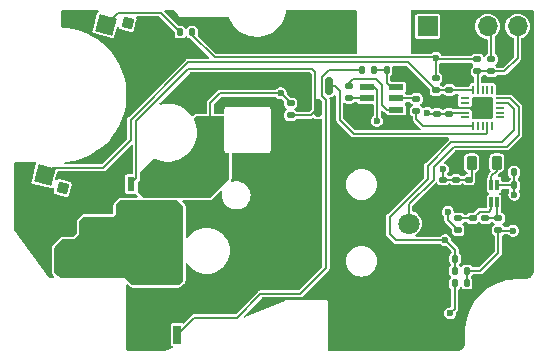
<source format=gbr>
%TF.GenerationSoftware,KiCad,Pcbnew,7.0.2*%
%TF.CreationDate,2023-08-30T02:12:11+03:00*%
%TF.ProjectId,PCBTRIGGERASSEMBLY,50434254-5249-4474-9745-52415353454d,rev?*%
%TF.SameCoordinates,Original*%
%TF.FileFunction,Copper,L1,Top*%
%TF.FilePolarity,Positive*%
%FSLAX46Y46*%
G04 Gerber Fmt 4.6, Leading zero omitted, Abs format (unit mm)*
G04 Created by KiCad (PCBNEW 7.0.2) date 2023-08-30 02:12:11*
%MOMM*%
%LPD*%
G01*
G04 APERTURE LIST*
G04 Aperture macros list*
%AMRoundRect*
0 Rectangle with rounded corners*
0 $1 Rounding radius*
0 $2 $3 $4 $5 $6 $7 $8 $9 X,Y pos of 4 corners*
0 Add a 4 corners polygon primitive as box body*
4,1,4,$2,$3,$4,$5,$6,$7,$8,$9,$2,$3,0*
0 Add four circle primitives for the rounded corners*
1,1,$1+$1,$2,$3*
1,1,$1+$1,$4,$5*
1,1,$1+$1,$6,$7*
1,1,$1+$1,$8,$9*
0 Add four rect primitives between the rounded corners*
20,1,$1+$1,$2,$3,$4,$5,0*
20,1,$1+$1,$4,$5,$6,$7,0*
20,1,$1+$1,$6,$7,$8,$9,0*
20,1,$1+$1,$8,$9,$2,$3,0*%
%AMRotRect*
0 Rectangle, with rotation*
0 The origin of the aperture is its center*
0 $1 length*
0 $2 width*
0 $3 Rotation angle, in degrees counterclockwise*
0 Add horizontal line*
21,1,$1,$2,0,0,$3*%
G04 Aperture macros list end*
%TA.AperFunction,SMDPad,CuDef*%
%ADD10R,0.800000X0.800000*%
%TD*%
%TA.AperFunction,SMDPad,CuDef*%
%ADD11RoundRect,0.508000X0.508000X-1.992000X0.508000X1.992000X-0.508000X1.992000X-0.508000X-1.992000X0*%
%TD*%
%TA.AperFunction,SMDPad,CuDef*%
%ADD12RoundRect,0.508000X-1.992000X-0.508000X1.992000X-0.508000X1.992000X0.508000X-1.992000X0.508000X0*%
%TD*%
%TA.AperFunction,SMDPad,CuDef*%
%ADD13RoundRect,0.140000X0.170000X-0.140000X0.170000X0.140000X-0.170000X0.140000X-0.170000X-0.140000X0*%
%TD*%
%TA.AperFunction,SMDPad,CuDef*%
%ADD14RoundRect,0.135000X-0.135000X-0.185000X0.135000X-0.185000X0.135000X0.185000X-0.135000X0.185000X0*%
%TD*%
%TA.AperFunction,SMDPad,CuDef*%
%ADD15RoundRect,0.135000X0.185000X-0.135000X0.185000X0.135000X-0.185000X0.135000X-0.185000X-0.135000X0*%
%TD*%
%TA.AperFunction,SMDPad,CuDef*%
%ADD16R,0.610000X1.270000*%
%TD*%
%TA.AperFunction,SMDPad,CuDef*%
%ADD17R,3.910000X3.810000*%
%TD*%
%TA.AperFunction,SMDPad,CuDef*%
%ADD18R,0.610000X1.020000*%
%TD*%
%TA.AperFunction,SMDPad,CuDef*%
%ADD19RoundRect,0.225000X0.225000X0.375000X-0.225000X0.375000X-0.225000X-0.375000X0.225000X-0.375000X0*%
%TD*%
%TA.AperFunction,SMDPad,CuDef*%
%ADD20RoundRect,0.140000X-0.140000X-0.170000X0.140000X-0.170000X0.140000X0.170000X-0.140000X0.170000X0*%
%TD*%
%TA.AperFunction,SMDPad,CuDef*%
%ADD21RotRect,1.500000X1.500000X75.000000*%
%TD*%
%TA.AperFunction,SMDPad,CuDef*%
%ADD22RotRect,0.900000X0.900000X75.000000*%
%TD*%
%TA.AperFunction,SMDPad,CuDef*%
%ADD23R,0.700000X1.525000*%
%TD*%
%TA.AperFunction,SMDPad,CuDef*%
%ADD24RoundRect,0.150000X-0.150000X0.587500X-0.150000X-0.587500X0.150000X-0.587500X0.150000X0.587500X0*%
%TD*%
%TA.AperFunction,ComponentPad*%
%ADD25R,1.700000X1.700000*%
%TD*%
%TA.AperFunction,ComponentPad*%
%ADD26O,1.700000X1.700000*%
%TD*%
%TA.AperFunction,SMDPad,CuDef*%
%ADD27RoundRect,0.135000X-0.185000X0.135000X-0.185000X-0.135000X0.185000X-0.135000X0.185000X0.135000X0*%
%TD*%
%TA.AperFunction,SMDPad,CuDef*%
%ADD28RoundRect,0.140000X-0.170000X0.140000X-0.170000X-0.140000X0.170000X-0.140000X0.170000X0.140000X0*%
%TD*%
%TA.AperFunction,SMDPad,CuDef*%
%ADD29R,0.300000X0.950000*%
%TD*%
%TA.AperFunction,SMDPad,CuDef*%
%ADD30R,0.900000X1.400000*%
%TD*%
%TA.AperFunction,SMDPad,CuDef*%
%ADD31RoundRect,0.218750X-0.218750X-0.381250X0.218750X-0.381250X0.218750X0.381250X-0.218750X0.381250X0*%
%TD*%
%TA.AperFunction,SMDPad,CuDef*%
%ADD32RoundRect,0.508000X1.992000X0.508000X-1.992000X0.508000X-1.992000X-0.508000X1.992000X-0.508000X0*%
%TD*%
%TA.AperFunction,SMDPad,CuDef*%
%ADD33RoundRect,0.135000X0.135000X0.185000X-0.135000X0.185000X-0.135000X-0.185000X0.135000X-0.185000X0*%
%TD*%
%TA.AperFunction,ComponentPad*%
%ADD34R,1.800000X1.800000*%
%TD*%
%TA.AperFunction,ComponentPad*%
%ADD35C,1.800000*%
%TD*%
%TA.AperFunction,SMDPad,CuDef*%
%ADD36R,0.800000X0.200000*%
%TD*%
%TA.AperFunction,SMDPad,CuDef*%
%ADD37R,0.200000X0.800000*%
%TD*%
%TA.AperFunction,SMDPad,CuDef*%
%ADD38R,1.800000X1.800000*%
%TD*%
%TA.AperFunction,SMDPad,CuDef*%
%ADD39RotRect,1.500000X1.500000X255.000000*%
%TD*%
%TA.AperFunction,SMDPad,CuDef*%
%ADD40RotRect,0.900000X0.900000X255.000000*%
%TD*%
%TA.AperFunction,SMDPad,CuDef*%
%ADD41R,1.200000X0.550000*%
%TD*%
%TA.AperFunction,ViaPad*%
%ADD42C,0.600000*%
%TD*%
%TA.AperFunction,Conductor*%
%ADD43C,0.200000*%
%TD*%
G04 APERTURE END LIST*
D10*
%TO.P,Q4,1,C*%
%TO.N,GND*%
X127375000Y-113200000D03*
%TO.P,Q4,2,E*%
X125725000Y-113200000D03*
%TD*%
D11*
%TO.P,U2,1,Con*%
%TO.N,+12V*%
X109000000Y-97800000D03*
%TD*%
D12*
%TO.P,U4,1,Con*%
%TO.N,GND*%
X109750000Y-110000000D03*
%TD*%
D13*
%TO.P,C2,1*%
%TO.N,+3.3V*%
X129200000Y-94880000D03*
%TO.P,C2,2*%
%TO.N,GND*%
X129200000Y-93920000D03*
%TD*%
D14*
%TO.P,R15,1*%
%TO.N,Net-(IC4-C2)*%
X123940000Y-91150000D03*
%TO.P,R15,2*%
%TO.N,GND*%
X124960000Y-91150000D03*
%TD*%
D15*
%TO.P,R12,1*%
%TO.N,/NMOS*%
X126450000Y-94660000D03*
%TO.P,R12,2*%
%TO.N,Net-(IC4-B1)*%
X126450000Y-93640000D03*
%TD*%
D16*
%TO.P,Q8,1,S*%
%TO.N,+12V*%
X106105000Y-100830000D03*
%TO.P,Q8,2,S*%
X104835000Y-100830000D03*
%TO.P,Q8,3,S*%
X103565000Y-100830000D03*
%TO.P,Q8,4,G*%
%TO.N,Net-(Q7-D)*%
X102295000Y-100830000D03*
D17*
%TO.P,Q8,5,D*%
%TO.N,/pwr_motor*%
X104200000Y-104190000D03*
D18*
X106105000Y-106295000D03*
X104835000Y-106295000D03*
X103565000Y-106295000D03*
X102295000Y-106295000D03*
%TD*%
D19*
%TO.P,D1,1,K*%
%TO.N,/pwr_motor*%
X98850000Y-104700000D03*
%TO.P,D1,2,A*%
%TO.N,GND*%
X95550000Y-104700000D03*
%TD*%
D20*
%TO.P,C1,1*%
%TO.N,/Semi_Auto*%
X129730000Y-107150000D03*
%TO.P,C1,2*%
%TO.N,GND*%
X130690000Y-107150000D03*
%TD*%
D15*
%TO.P,R7,1*%
%TO.N,GND*%
X131200000Y-104770000D03*
%TO.P,R7,2*%
%TO.N,Net-(IC2-EN)*%
X131200000Y-103750000D03*
%TD*%
D21*
%TO.P,Q2,1,C*%
%TO.N,/V_Cycle*%
X94979630Y-100087067D03*
%TO.P,Q2,2,E*%
%TO.N,GND*%
X98360370Y-100992933D03*
D22*
%TO.P,Q2,3*%
%TO.N,N/C*%
X96501768Y-101167852D03*
%TD*%
D23*
%TO.P,IC1,1,S_1*%
%TO.N,GND*%
X102390000Y-113600000D03*
%TO.P,IC1,2,S_2*%
X103660000Y-113600000D03*
%TO.P,IC1,3,S_3*%
X104930000Y-113600000D03*
%TO.P,IC1,4,G*%
%TO.N,Net-(IC1-G)*%
X106200000Y-113600000D03*
%TO.P,IC1,5,D_1*%
%TO.N,/pwr_motor*%
X106200000Y-108176000D03*
%TO.P,IC1,6,D_2*%
X104930000Y-108176000D03*
%TO.P,IC1,7,D_3*%
X103660000Y-108176000D03*
%TO.P,IC1,8,D_4*%
X102390000Y-108176000D03*
%TD*%
D14*
%TO.P,R3,1*%
%TO.N,Net-(LED1-Pad2)*%
X129700000Y-109250000D03*
%TO.P,R3,2*%
%TO.N,+3.3V*%
X130720000Y-109250000D03*
%TD*%
D24*
%TO.P,Q7,1,G*%
%TO.N,/ACTIVE_BREAK*%
X119050000Y-92530000D03*
%TO.P,Q7,2,S*%
%TO.N,GND*%
X117150000Y-92530000D03*
%TO.P,Q7,3,D*%
%TO.N,Net-(Q7-D)*%
X118100000Y-94405000D03*
%TD*%
D14*
%TO.P,R1,1*%
%TO.N,/Semi_Auto*%
X129700000Y-108200000D03*
%TO.P,R1,2*%
%TO.N,+3.3V*%
X130720000Y-108200000D03*
%TD*%
D25*
%TO.P,J4,1,Pin_1*%
%TO.N,+3.3V*%
X127400000Y-87500000D03*
D26*
%TO.P,J4,2,Pin_2*%
%TO.N,GND*%
X129940000Y-87500000D03*
%TO.P,J4,3,Pin_3*%
%TO.N,/updiTx*%
X132480000Y-87500000D03*
%TO.P,J4,4,Pin_4*%
%TO.N,/updiRx*%
X135020000Y-87500000D03*
%TD*%
D27*
%TO.P,R8,1*%
%TO.N,+12V*%
X115800000Y-93990000D03*
%TO.P,R8,2*%
%TO.N,Net-(Q7-D)*%
X115800000Y-95010000D03*
%TD*%
D20*
%TO.P,C6,1*%
%TO.N,+12V*%
X134720000Y-100965000D03*
%TO.P,C6,2*%
%TO.N,GND*%
X135680000Y-100965000D03*
%TD*%
D28*
%TO.P,C14,1*%
%TO.N,+3.3V*%
X128700000Y-100470000D03*
%TO.P,C14,2*%
%TO.N,GND*%
X128700000Y-101430000D03*
%TD*%
D13*
%TO.P,C3,1*%
%TO.N,+3.3V*%
X128200000Y-94880000D03*
%TO.P,C3,2*%
%TO.N,GND*%
X128200000Y-93920000D03*
%TD*%
D15*
%TO.P,R5,1*%
%TO.N,/V_Cycle*%
X128100000Y-92900000D03*
%TO.P,R5,2*%
%TO.N,+3.3V*%
X128100000Y-91880000D03*
%TD*%
D27*
%TO.P,R11,1*%
%TO.N,+3.3V*%
X131600000Y-90290000D03*
%TO.P,R11,2*%
%TO.N,/updiRx*%
X131600000Y-91310000D03*
%TD*%
%TO.P,R14,1*%
%TO.N,Net-(IC2-FB)*%
X133400000Y-103750000D03*
%TO.P,R14,2*%
%TO.N,+3.3V*%
X133400000Y-104770000D03*
%TD*%
D15*
%TO.P,R2,1*%
%TO.N,/updiRx*%
X132800000Y-91310000D03*
%TO.P,R2,2*%
%TO.N,/updiTx*%
X132800000Y-90290000D03*
%TD*%
D29*
%TO.P,IC2,1,VIN*%
%TO.N,+12V*%
X133300000Y-100900000D03*
%TO.P,IC2,2,SW*%
%TO.N,Net-(IC2-SW)*%
X132800000Y-100900000D03*
%TO.P,IC2,3,GND*%
%TO.N,GND*%
X132300000Y-100900000D03*
%TO.P,IC2,4,AGND*%
X132300000Y-102400000D03*
%TO.P,IC2,5,EN*%
%TO.N,Net-(IC2-EN)*%
X132800000Y-102400000D03*
%TO.P,IC2,6,FB*%
%TO.N,Net-(IC2-FB)*%
X133300000Y-102400000D03*
%TD*%
D30*
%TO.P,LED2,1*%
%TO.N,GND*%
X123300000Y-113300000D03*
%TO.P,LED2,2*%
X121300000Y-113300000D03*
%TD*%
D15*
%TO.P,R18,1*%
%TO.N,GND*%
X132300000Y-104770000D03*
%TO.P,R18,2*%
%TO.N,Net-(IC2-FB)*%
X132300000Y-103750000D03*
%TD*%
D20*
%TO.P,C5,1*%
%TO.N,+12V*%
X134720000Y-99850000D03*
%TO.P,C5,2*%
%TO.N,GND*%
X135680000Y-99850000D03*
%TD*%
D13*
%TO.P,C4,1*%
%TO.N,/V_Cycle*%
X129250000Y-92870000D03*
%TO.P,C4,2*%
%TO.N,GND*%
X129250000Y-91910000D03*
%TD*%
D28*
%TO.P,C16,1*%
%TO.N,+3.3V*%
X130900000Y-100470000D03*
%TO.P,C16,2*%
%TO.N,GND*%
X130900000Y-101430000D03*
%TD*%
D31*
%TO.P,L1,1,1*%
%TO.N,+3.3V*%
X131137500Y-99050000D03*
%TO.P,L1,2,2*%
%TO.N,Net-(IC2-SW)*%
X133262500Y-99050000D03*
%TD*%
D15*
%TO.P,R13,1*%
%TO.N,Net-(IC4-B2)*%
X120750000Y-93560000D03*
%TO.P,R13,2*%
%TO.N,Net-(IC4-C1)*%
X120750000Y-92540000D03*
%TD*%
D32*
%TO.P,U3,1,Con*%
%TO.N,/pwr_motor*%
X98650000Y-107250000D03*
%TD*%
D27*
%TO.P,R4,1*%
%TO.N,Net-(IC2-EN)*%
X130000000Y-103750000D03*
%TO.P,R4,2*%
%TO.N,+12V*%
X130000000Y-104770000D03*
%TD*%
D33*
%TO.P,R9,1*%
%TO.N,Net-(IC4-C2)*%
X122860000Y-91160000D03*
%TO.P,R9,2*%
%TO.N,Net-(IC1-G)*%
X121840000Y-91160000D03*
%TD*%
D34*
%TO.P,S1,1,COM*%
%TO.N,GND*%
X125800000Y-99120000D03*
D35*
%TO.P,S1,2,NO*%
%TO.N,/trigger*%
X125800000Y-104200000D03*
%TO.P,S1,3,NC*%
%TO.N,GND*%
X125800000Y-109280000D03*
%TD*%
D36*
%TO.P,IC3,1,PA2*%
%TO.N,unconnected-(IC3-PA2-Pad1)*%
X130550000Y-93600000D03*
%TO.P,IC3,2,PA3/EXTCLK*%
%TO.N,unconnected-(IC3-PA3{slash}EXTCLK-Pad2)*%
X130550000Y-94000000D03*
%TO.P,IC3,3,GND*%
%TO.N,GND*%
X130550000Y-94400000D03*
%TO.P,IC3,4,VDD*%
%TO.N,+3.3V*%
X130550000Y-94800000D03*
%TO.P,IC3,5,PA4*%
%TO.N,unconnected-(IC3-PA4-Pad5)*%
X130550000Y-95200000D03*
D37*
%TO.P,IC3,6,PA5*%
%TO.N,/NMOS*%
X131250000Y-95900000D03*
%TO.P,IC3,7,PA6*%
%TO.N,unconnected-(IC3-PA6-Pad7)*%
X131650000Y-95900000D03*
%TO.P,IC3,8,PA7*%
%TO.N,unconnected-(IC3-PA7-Pad8)*%
X132050000Y-95900000D03*
%TO.P,IC3,9,PB5*%
%TO.N,/ACTIVE_BREAK*%
X132450000Y-95900000D03*
%TO.P,IC3,10,PB4*%
%TO.N,unconnected-(IC3-PB4-Pad10)*%
X132850000Y-95900000D03*
D36*
%TO.P,IC3,11,PB3/TOCS1*%
%TO.N,/RX*%
X133550000Y-95200000D03*
%TO.P,IC3,12,PB2/TOSC2*%
%TO.N,/TX*%
X133550000Y-94800000D03*
%TO.P,IC3,13,PB1*%
%TO.N,unconnected-(IC3-PB1-Pad13)*%
X133550000Y-94400000D03*
%TO.P,IC3,14,PB0*%
%TO.N,/Semi_Auto*%
X133550000Y-94000000D03*
%TO.P,IC3,15,PC0*%
%TO.N,/trigger*%
X133550000Y-93600000D03*
D37*
%TO.P,IC3,16,PC1*%
%TO.N,unconnected-(IC3-PC1-Pad16)*%
X132850000Y-92900000D03*
%TO.P,IC3,17,PC2*%
%TO.N,unconnected-(IC3-PC2-Pad17)*%
X132450000Y-92900000D03*
%TO.P,IC3,18,PC3*%
%TO.N,unconnected-(IC3-PC3-Pad18)*%
X132050000Y-92900000D03*
%TO.P,IC3,19,PA0/~{RESET}/UPDI*%
%TO.N,/updiRx*%
X131650000Y-92900000D03*
%TO.P,IC3,20,PA1*%
%TO.N,/V_Cycle*%
X131250000Y-92900000D03*
D38*
%TO.P,IC3,21,EP*%
%TO.N,GND*%
X132050000Y-94400000D03*
%TD*%
D39*
%TO.P,LED4,1*%
%TO.N,GND*%
X103522138Y-88280785D03*
%TO.P,LED4,2*%
%TO.N,Net-(LED4-Pad2)*%
X100141398Y-87374919D03*
D40*
%TO.P,LED4,3*%
%TO.N,N/C*%
X102000000Y-87200000D03*
%TD*%
D33*
%TO.P,R6,1*%
%TO.N,+3.3V*%
X107460000Y-88000000D03*
%TO.P,R6,2*%
%TO.N,Net-(LED4-Pad2)*%
X106440000Y-88000000D03*
%TD*%
D41*
%TO.P,IC4,1,C1*%
%TO.N,Net-(IC4-C1)*%
X124750000Y-94550000D03*
%TO.P,IC4,2,B1*%
%TO.N,Net-(IC4-B1)*%
X124750000Y-93600000D03*
%TO.P,IC4,3,C2*%
%TO.N,Net-(IC4-C2)*%
X124750000Y-92650000D03*
%TO.P,IC4,4,E2*%
%TO.N,+12V*%
X122250000Y-92650000D03*
%TO.P,IC4,5,B2*%
%TO.N,Net-(IC4-B2)*%
X122250000Y-93600000D03*
%TO.P,IC4,6,E1*%
%TO.N,GND*%
X122250000Y-94550000D03*
%TD*%
D28*
%TO.P,C15,1*%
%TO.N,+3.3V*%
X129800000Y-100470000D03*
%TO.P,C15,2*%
%TO.N,GND*%
X129800000Y-101430000D03*
%TD*%
D42*
%TO.N,/Semi_Auto*%
X128900000Y-105600000D03*
%TO.N,GND*%
X99000000Y-102750000D03*
X115500000Y-99750000D03*
X126000000Y-92750000D03*
X131600000Y-94000000D03*
X114000000Y-107250000D03*
X96000000Y-102750000D03*
X117250000Y-88500000D03*
X107750000Y-92250000D03*
X125500000Y-95750000D03*
X93250000Y-104000000D03*
X133500000Y-92250000D03*
X114000000Y-104250000D03*
X102250000Y-89500000D03*
X103750000Y-92000000D03*
X110750000Y-92250000D03*
X112250000Y-92250000D03*
X103750000Y-90750000D03*
X131600000Y-94800000D03*
X130250000Y-92250000D03*
X126750000Y-92750000D03*
X97500000Y-102750000D03*
X115500000Y-105750000D03*
X114000000Y-99750000D03*
X115500000Y-107250000D03*
X121750000Y-95750000D03*
X117250000Y-87250000D03*
X103750000Y-89500000D03*
X113750000Y-92250000D03*
X105250000Y-89500000D03*
X106750000Y-89500000D03*
X109250000Y-92250000D03*
X132500000Y-94800000D03*
X114000000Y-101250000D03*
X132500000Y-94000000D03*
X115500000Y-102750000D03*
X118750000Y-87250000D03*
X114000000Y-102750000D03*
X115500000Y-104250000D03*
X118750000Y-88500000D03*
X93250000Y-102750000D03*
X126000000Y-91750000D03*
X115500000Y-101250000D03*
X114000000Y-105750000D03*
X94500000Y-102750000D03*
%TO.N,Net-(LED1-Pad2)*%
X129300000Y-111800000D03*
%TO.N,+12V*%
X129100000Y-103200000D03*
X123100000Y-95500000D03*
X134750000Y-101750000D03*
X114960000Y-93150000D03*
%TO.N,+3.3V*%
X128100000Y-90150000D03*
X127350000Y-94800000D03*
X128700000Y-99600000D03*
X134650000Y-104800000D03*
%TD*%
D43*
%TO.N,/Semi_Auto*%
X124200000Y-103600000D02*
X124200000Y-105100000D01*
X129700000Y-107180000D02*
X129730000Y-107150000D01*
X124200000Y-105100000D02*
X124700000Y-105600000D01*
X133550000Y-94000000D02*
X134200000Y-94000000D01*
X124700000Y-105600000D02*
X128900000Y-105600000D01*
X129400000Y-97300000D02*
X127400000Y-99300000D01*
X133700000Y-97300000D02*
X129400000Y-97300000D01*
X129730000Y-106430000D02*
X128900000Y-105600000D01*
X134200000Y-94000000D02*
X134700000Y-94500000D01*
X127400000Y-99300000D02*
X127400000Y-100400000D01*
X134700000Y-96300000D02*
X133700000Y-97300000D01*
X127400000Y-100400000D02*
X124200000Y-103600000D01*
X129730000Y-107150000D02*
X129730000Y-106430000D01*
X134700000Y-94500000D02*
X134700000Y-96300000D01*
X129700000Y-108200000D02*
X129700000Y-107180000D01*
%TO.N,Net-(LED1-Pad2)*%
X129700000Y-109250000D02*
X129700000Y-111400000D01*
X129700000Y-111400000D02*
X129300000Y-111800000D01*
%TO.N,Net-(LED4-Pad2)*%
X101167452Y-86348865D02*
X104788865Y-86348865D01*
X104788865Y-86348865D02*
X106440000Y-88000000D01*
X100141398Y-87374919D02*
X101167452Y-86348865D01*
%TO.N,/V_Cycle*%
X128100000Y-92900000D02*
X129220000Y-92900000D01*
X99925306Y-99474694D02*
X95592003Y-99474694D01*
X129250000Y-92870000D02*
X129280000Y-92900000D01*
X125730000Y-90530000D02*
X107154314Y-90530000D01*
X102250000Y-95434314D02*
X102250000Y-97150000D01*
X128100000Y-92900000D02*
X125730000Y-90530000D01*
X107154314Y-90530000D02*
X102250000Y-95434314D01*
X129280000Y-92900000D02*
X131250000Y-92900000D01*
X95592003Y-99474694D02*
X94979630Y-100087067D01*
X129220000Y-92900000D02*
X129250000Y-92870000D01*
X102250000Y-97150000D02*
X99925306Y-99474694D01*
%TO.N,+12V*%
X129100000Y-103200000D02*
X129100000Y-103870000D01*
X123100000Y-95500000D02*
X123150000Y-95450000D01*
X109000000Y-94000000D02*
X109850000Y-93150000D01*
X123150000Y-95450000D02*
X123150000Y-92900000D01*
X133365000Y-100965000D02*
X133300000Y-100900000D01*
X123150000Y-92900000D02*
X122900000Y-92650000D01*
X122900000Y-92650000D02*
X122250000Y-92650000D01*
X109850000Y-93150000D02*
X114960000Y-93150000D01*
X134750000Y-100995000D02*
X134720000Y-100965000D01*
X134720000Y-99850000D02*
X134720000Y-100965000D01*
X129100000Y-103870000D02*
X130000000Y-104770000D01*
X134750000Y-101750000D02*
X134750000Y-100995000D01*
X114960000Y-93150000D02*
X115800000Y-93990000D01*
X109000000Y-97800000D02*
X109000000Y-94000000D01*
X134720000Y-100965000D02*
X133365000Y-100965000D01*
%TO.N,/trigger*%
X127900000Y-99400000D02*
X129600000Y-97700000D01*
X134400000Y-93600000D02*
X133550000Y-93600000D01*
X134100000Y-97700000D02*
X135100000Y-96700000D01*
X127900000Y-100465686D02*
X127900000Y-99400000D01*
X135100000Y-96700000D02*
X135100000Y-94300000D01*
X129600000Y-97700000D02*
X134100000Y-97700000D01*
X135100000Y-94300000D02*
X134400000Y-93600000D01*
X125800000Y-104200000D02*
X125800000Y-102565686D01*
X125800000Y-102565686D02*
X127900000Y-100465686D01*
%TO.N,Net-(IC1-G)*%
X106200000Y-113600000D02*
X107650000Y-112150000D01*
X107650000Y-112150000D02*
X111250000Y-112150000D01*
X113250000Y-110150000D02*
X116600000Y-110150000D01*
X111250000Y-112150000D02*
X113250000Y-110150000D01*
X118450000Y-91756104D02*
X119056104Y-91150000D01*
X118800000Y-93731104D02*
X118450000Y-93381104D01*
X116600000Y-110150000D02*
X118800000Y-107950000D01*
X121830000Y-91150000D02*
X121840000Y-91160000D01*
X118800000Y-107950000D02*
X118800000Y-93731104D01*
X118450000Y-93381104D02*
X118450000Y-91756104D01*
X119056104Y-91150000D02*
X121830000Y-91150000D01*
%TO.N,/NMOS*%
X131250000Y-95900000D02*
X126990000Y-95900000D01*
X126990000Y-95900000D02*
X126450000Y-95360000D01*
X126450000Y-95360000D02*
X126450000Y-94660000D01*
%TO.N,/ACTIVE_BREAK*%
X119950000Y-95400000D02*
X119950000Y-92950000D01*
X132450000Y-95900000D02*
X132450000Y-96500000D01*
X132450000Y-96500000D02*
X132350000Y-96600000D01*
X132350000Y-96600000D02*
X121150000Y-96600000D01*
X121150000Y-96600000D02*
X119950000Y-95400000D01*
X119530000Y-92530000D02*
X119050000Y-92530000D01*
X119950000Y-92950000D02*
X119530000Y-92530000D01*
%TO.N,Net-(IC4-C1)*%
X123950000Y-94550000D02*
X124750000Y-94550000D01*
X123550000Y-92475000D02*
X123550000Y-94150000D01*
X120750000Y-92540000D02*
X120750000Y-92250000D01*
X120750000Y-92250000D02*
X121050000Y-91950000D01*
X123550000Y-94150000D02*
X123950000Y-94550000D01*
X121050000Y-91950000D02*
X123025000Y-91950000D01*
X123025000Y-91950000D02*
X123550000Y-92475000D01*
%TO.N,Net-(IC4-B1)*%
X124750000Y-93600000D02*
X126410000Y-93600000D01*
X126410000Y-93600000D02*
X126450000Y-93640000D01*
%TO.N,+3.3V*%
X128100000Y-90150000D02*
X128100000Y-91880000D01*
X131850000Y-108200000D02*
X133400000Y-106650000D01*
X133430000Y-104800000D02*
X133400000Y-104770000D01*
X131137500Y-100232500D02*
X130900000Y-100470000D01*
X128080000Y-90130000D02*
X109380000Y-90130000D01*
X128240000Y-90290000D02*
X131600000Y-90290000D01*
X133400000Y-106650000D02*
X133400000Y-104770000D01*
X127430000Y-94880000D02*
X128200000Y-94880000D01*
X129280000Y-94800000D02*
X129200000Y-94880000D01*
X131137500Y-99050000D02*
X131137500Y-100232500D01*
X107460000Y-88210000D02*
X107460000Y-88000000D01*
X128700000Y-100470000D02*
X128700000Y-99600000D01*
X128100000Y-90150000D02*
X128080000Y-90130000D01*
X129800000Y-100470000D02*
X130900000Y-100470000D01*
X127350000Y-94800000D02*
X127430000Y-94880000D01*
X128100000Y-90150000D02*
X128240000Y-90290000D01*
X128200000Y-94880000D02*
X129200000Y-94880000D01*
X134650000Y-104800000D02*
X133430000Y-104800000D01*
X130720000Y-108200000D02*
X131850000Y-108200000D01*
X128700000Y-100470000D02*
X129800000Y-100470000D01*
X109380000Y-90130000D02*
X107460000Y-88210000D01*
X130550000Y-94800000D02*
X129280000Y-94800000D01*
X130720000Y-108200000D02*
X130720000Y-109250000D01*
%TO.N,Net-(IC4-C2)*%
X123940000Y-91150000D02*
X122870000Y-91150000D01*
X122870000Y-91150000D02*
X122860000Y-91160000D01*
X124750000Y-92650000D02*
X124340000Y-92650000D01*
X124340000Y-92650000D02*
X123940000Y-92250000D01*
X123940000Y-92250000D02*
X123940000Y-91150000D01*
%TO.N,Net-(IC4-B2)*%
X122250000Y-93600000D02*
X120790000Y-93600000D01*
X120790000Y-93600000D02*
X120750000Y-93560000D01*
%TO.N,Net-(Q7-D)*%
X115800000Y-95010000D02*
X117495000Y-95010000D01*
X118100000Y-94405000D02*
X117900000Y-94205000D01*
X117600000Y-91100000D02*
X107150000Y-91100000D01*
X107150000Y-91100000D02*
X102750000Y-95500000D01*
X102750000Y-95500000D02*
X102750000Y-100375000D01*
X102750000Y-100375000D02*
X102295000Y-100830000D01*
X117900000Y-94205000D02*
X117900000Y-91400000D01*
X117495000Y-95010000D02*
X118100000Y-94405000D01*
X117900000Y-91400000D02*
X117600000Y-91100000D01*
%TO.N,/updiRx*%
X133890000Y-91310000D02*
X135020000Y-90180000D01*
X131650000Y-91360000D02*
X131650000Y-92900000D01*
X135020000Y-90180000D02*
X135020000Y-87500000D01*
X131600000Y-91310000D02*
X131650000Y-91360000D01*
X132800000Y-91310000D02*
X133890000Y-91310000D01*
X132800000Y-91310000D02*
X131600000Y-91310000D01*
%TO.N,/updiTx*%
X132800000Y-90290000D02*
X132800000Y-87820000D01*
X132800000Y-87820000D02*
X132480000Y-87500000D01*
%TO.N,Net-(IC2-FB)*%
X132300000Y-103750000D02*
X133400000Y-103750000D01*
X133300000Y-103650000D02*
X133400000Y-103750000D01*
X133300000Y-102400000D02*
X133300000Y-103650000D01*
%TO.N,Net-(IC2-SW)*%
X132800000Y-100200000D02*
X133262500Y-99737500D01*
X133262500Y-99737500D02*
X133262500Y-99050000D01*
X132800000Y-100900000D02*
X132800000Y-100200000D01*
%TO.N,Net-(IC2-EN)*%
X131200000Y-103750000D02*
X131250000Y-103750000D01*
X132800000Y-102980000D02*
X132800000Y-102400000D01*
X131250000Y-103750000D02*
X131820000Y-103180000D01*
X131820000Y-103180000D02*
X132600000Y-103180000D01*
X132600000Y-103180000D02*
X132800000Y-102980000D01*
X131200000Y-103750000D02*
X130000000Y-103750000D01*
%TD*%
%TA.AperFunction,Conductor*%
%TO.N,/pwr_motor*%
G36*
X103321887Y-102201262D02*
G01*
X103332821Y-102202834D01*
X103351362Y-102205500D01*
X103351363Y-102205500D01*
X106154138Y-102205500D01*
X106221177Y-102225185D01*
X106241819Y-102241819D01*
X106663681Y-102663681D01*
X106697166Y-102725004D01*
X106700000Y-102751362D01*
X106700000Y-109038000D01*
X106680315Y-109105039D01*
X106650400Y-109137200D01*
X106348426Y-109363681D01*
X106333067Y-109375200D01*
X106267625Y-109399676D01*
X106258667Y-109400000D01*
X102451362Y-109400000D01*
X102384323Y-109380315D01*
X102363681Y-109363681D01*
X101800000Y-108800000D01*
X101775110Y-108800000D01*
X101772920Y-108799500D01*
X101745763Y-108799500D01*
X101722590Y-108799500D01*
X96436794Y-108799500D01*
X96369755Y-108779815D01*
X96368011Y-108778674D01*
X95855217Y-108436811D01*
X95810356Y-108383246D01*
X95800000Y-108333637D01*
X95800000Y-106251361D01*
X95819685Y-106184322D01*
X95836314Y-106163685D01*
X96463681Y-105536318D01*
X96525004Y-105502834D01*
X96551362Y-105500000D01*
X97500000Y-105500000D01*
X97900000Y-105100000D01*
X97900000Y-104051361D01*
X97919685Y-103984323D01*
X97936319Y-103963681D01*
X98263681Y-103636319D01*
X98325004Y-103602834D01*
X98351362Y-103600000D01*
X100800000Y-103600000D01*
X101000000Y-103400000D01*
X101000000Y-102651360D01*
X101019685Y-102584322D01*
X101036314Y-102563685D01*
X101363681Y-102236318D01*
X101425004Y-102202834D01*
X101451362Y-102200000D01*
X103304240Y-102200000D01*
X103321887Y-102201262D01*
G37*
%TD.AperFunction*%
%TD*%
%TA.AperFunction,Conductor*%
%TO.N,+12V*%
G36*
X110142539Y-95119685D02*
G01*
X110188294Y-95172489D01*
X110199500Y-95224000D01*
X110199500Y-98045762D01*
X110203493Y-98054054D01*
X110212660Y-98080253D01*
X110214246Y-98087200D01*
X110214710Y-98089232D01*
X110220448Y-98096426D01*
X110235220Y-98119935D01*
X110239212Y-98128225D01*
X110246404Y-98133960D01*
X110266039Y-98153594D01*
X110271776Y-98160789D01*
X110280064Y-98164780D01*
X110303571Y-98179550D01*
X110310769Y-98185290D01*
X110319737Y-98187336D01*
X110345947Y-98196508D01*
X110354236Y-98200500D01*
X110476000Y-98200500D01*
X110543039Y-98220185D01*
X110588794Y-98272989D01*
X110600000Y-98324500D01*
X110600000Y-100348638D01*
X110580315Y-100415677D01*
X110563681Y-100436319D01*
X109036319Y-101963681D01*
X108974996Y-101997166D01*
X108948638Y-102000000D01*
X103351362Y-102000000D01*
X103284323Y-101980315D01*
X103263681Y-101963681D01*
X102936319Y-101636319D01*
X102902834Y-101574996D01*
X102900000Y-101548638D01*
X102900000Y-100704538D01*
X102919683Y-100637503D01*
X102932361Y-100621005D01*
X102934226Y-100618958D01*
X102934228Y-100618958D01*
X102965487Y-100584667D01*
X102969380Y-100580590D01*
X102982174Y-100567797D01*
X102982178Y-100567790D01*
X102982868Y-100567101D01*
X102991922Y-100555671D01*
X103009914Y-100535935D01*
X103009913Y-100535935D01*
X103009916Y-100535933D01*
X103012419Y-100529470D01*
X103025743Y-100504191D01*
X103029656Y-100498481D01*
X103035770Y-100472481D01*
X103040846Y-100456089D01*
X103050500Y-100431173D01*
X103050500Y-100424248D01*
X103053794Y-100395857D01*
X103055379Y-100389119D01*
X103051689Y-100362665D01*
X103050500Y-100345535D01*
X103050500Y-99900860D01*
X103070185Y-99833821D01*
X103086819Y-99813179D01*
X104175018Y-98724979D01*
X104236340Y-98691496D01*
X104306032Y-98696480D01*
X104322435Y-98704000D01*
X104348010Y-98718059D01*
X104354565Y-98721663D01*
X104641257Y-98835172D01*
X104939914Y-98911854D01*
X105245828Y-98950500D01*
X105249723Y-98950500D01*
X105550277Y-98950500D01*
X105554172Y-98950500D01*
X105860086Y-98911854D01*
X106158743Y-98835172D01*
X106445435Y-98721663D01*
X106715640Y-98573116D01*
X106965096Y-98391876D01*
X107189869Y-98180799D01*
X107386416Y-97943216D01*
X107551635Y-97682871D01*
X107682922Y-97403873D01*
X107778206Y-97110619D01*
X107835984Y-96807736D01*
X107855345Y-96500000D01*
X107835984Y-96192264D01*
X107778206Y-95889381D01*
X107682922Y-95596127D01*
X107607154Y-95435113D01*
X107598736Y-95417223D01*
X107588004Y-95348182D01*
X107616300Y-95284299D01*
X107623236Y-95276763D01*
X107763682Y-95136316D01*
X107825004Y-95102834D01*
X107851362Y-95100000D01*
X110075500Y-95100000D01*
X110142539Y-95119685D01*
G37*
%TD.AperFunction*%
%TD*%
%TA.AperFunction,Conductor*%
%TO.N,GND*%
G36*
X99507915Y-86119407D02*
G01*
X99543879Y-86168907D01*
X99543879Y-86230093D01*
X99514999Y-86273933D01*
X99508855Y-86279320D01*
X99508854Y-86279321D01*
X99485844Y-86299500D01*
X99448882Y-86331914D01*
X99422511Y-86385389D01*
X99137115Y-87450504D01*
X99027096Y-87861103D01*
X99024060Y-87872432D01*
X99020160Y-87931932D01*
X99045800Y-88007463D01*
X99098391Y-88067433D01*
X99151868Y-88093805D01*
X99151870Y-88093805D01*
X99151871Y-88093806D01*
X100638910Y-88492257D01*
X100698411Y-88496157D01*
X100773942Y-88470517D01*
X100833912Y-88417925D01*
X100860285Y-88364446D01*
X101068780Y-87586329D01*
X101102103Y-87535018D01*
X101159225Y-87513091D01*
X101218325Y-87528927D01*
X101256830Y-87576476D01*
X101258152Y-87580132D01*
X101271548Y-87619598D01*
X101271825Y-87620412D01*
X101309594Y-87663479D01*
X101324418Y-87680383D01*
X101377893Y-87706754D01*
X101377895Y-87706754D01*
X101377896Y-87706755D01*
X102285380Y-87949914D01*
X102344881Y-87953814D01*
X102420412Y-87928175D01*
X102480382Y-87875583D01*
X102506755Y-87822104D01*
X102749914Y-86914620D01*
X102753814Y-86855119D01*
X102728377Y-86780185D01*
X102727577Y-86719008D01*
X102762890Y-86669041D01*
X102820828Y-86649373D01*
X102822124Y-86649365D01*
X104623386Y-86649365D01*
X104681577Y-86668272D01*
X104693390Y-86678361D01*
X105940504Y-87925475D01*
X105968281Y-87979992D01*
X105969500Y-87995479D01*
X105969500Y-88224316D01*
X105969923Y-88227529D01*
X105975932Y-88273174D01*
X106025933Y-88380401D01*
X106025934Y-88380402D01*
X106025935Y-88380404D01*
X106109596Y-88464065D01*
X106109597Y-88464065D01*
X106109598Y-88464066D01*
X106155132Y-88485299D01*
X106216827Y-88514068D01*
X106265684Y-88520500D01*
X106268925Y-88520500D01*
X106611075Y-88520500D01*
X106614316Y-88520500D01*
X106663173Y-88514068D01*
X106770404Y-88464065D01*
X106854065Y-88380404D01*
X106860275Y-88367085D01*
X106902000Y-88322338D01*
X106962061Y-88310662D01*
X107017514Y-88336518D01*
X107039723Y-88367083D01*
X107045171Y-88378765D01*
X107045935Y-88380404D01*
X107129596Y-88464065D01*
X107129597Y-88464065D01*
X107129598Y-88464066D01*
X107175132Y-88485299D01*
X107236827Y-88514068D01*
X107285684Y-88520500D01*
X107304521Y-88520500D01*
X107362712Y-88539407D01*
X107374525Y-88549496D01*
X108885525Y-90060496D01*
X108913302Y-90115013D01*
X108903731Y-90175445D01*
X108860466Y-90218710D01*
X108815521Y-90229500D01*
X107219479Y-90229500D01*
X107203558Y-90226902D01*
X107149672Y-90229394D01*
X107145100Y-90229500D01*
X107126468Y-90229500D01*
X107126345Y-90229523D01*
X107112734Y-90231101D01*
X107084321Y-90232414D01*
X107075323Y-90236387D01*
X107053538Y-90243133D01*
X107049025Y-90243977D01*
X107043879Y-90244939D01*
X107019701Y-90259909D01*
X107007579Y-90266299D01*
X106981546Y-90277794D01*
X106974593Y-90284747D01*
X106956716Y-90298907D01*
X106948363Y-90304079D01*
X106931224Y-90326774D01*
X106922226Y-90337114D01*
X102083589Y-95175752D01*
X102070497Y-95185173D01*
X102034141Y-95225051D01*
X102030989Y-95228352D01*
X102017825Y-95241517D01*
X102017754Y-95241621D01*
X102009256Y-95252348D01*
X101990083Y-95273381D01*
X101986530Y-95282552D01*
X101975895Y-95302728D01*
X101970343Y-95310833D01*
X101963830Y-95338521D01*
X101959777Y-95351610D01*
X101949500Y-95378140D01*
X101949500Y-95387967D01*
X101946870Y-95410633D01*
X101944621Y-95420193D01*
X101948551Y-95448367D01*
X101949500Y-95462044D01*
X101949500Y-96984520D01*
X101930593Y-97042711D01*
X101920504Y-97054524D01*
X99829831Y-99145198D01*
X99775314Y-99172975D01*
X99759827Y-99174194D01*
X96734795Y-99174194D01*
X96676604Y-99155287D01*
X96640640Y-99105787D01*
X96640640Y-99044601D01*
X96676604Y-98995101D01*
X96726829Y-98976515D01*
X96887677Y-98963530D01*
X97341172Y-98889830D01*
X97787266Y-98779878D01*
X98223066Y-98634386D01*
X98645746Y-98454299D01*
X99052563Y-98240785D01*
X99440882Y-97995227D01*
X99808181Y-97719220D01*
X100152080Y-97414552D01*
X100470349Y-97083199D01*
X100760922Y-96727311D01*
X101021917Y-96349195D01*
X101251639Y-95951305D01*
X101448600Y-95536219D01*
X101611521Y-95106631D01*
X101739346Y-94665326D01*
X101831247Y-94215167D01*
X101886627Y-93759072D01*
X101905127Y-93300000D01*
X101886627Y-92840928D01*
X101831247Y-92384833D01*
X101739346Y-91934674D01*
X101611521Y-91493369D01*
X101448600Y-91063781D01*
X101251639Y-90648695D01*
X101235303Y-90620401D01*
X101124883Y-90429147D01*
X101021917Y-90250805D01*
X100760922Y-89872689D01*
X100657290Y-89745763D01*
X100471614Y-89518350D01*
X100471610Y-89518345D01*
X100470349Y-89516801D01*
X100152080Y-89185448D01*
X100150588Y-89184126D01*
X99809667Y-88882096D01*
X99809660Y-88882090D01*
X99808181Y-88880780D01*
X99806599Y-88879591D01*
X99806589Y-88879583D01*
X99442484Y-88605976D01*
X99442470Y-88605966D01*
X99440882Y-88604773D01*
X99390996Y-88573227D01*
X99054250Y-88360281D01*
X99054247Y-88360279D01*
X99052564Y-88359215D01*
X99050799Y-88358289D01*
X99050791Y-88358284D01*
X98647526Y-88146635D01*
X98647521Y-88146632D01*
X98645746Y-88145701D01*
X98643909Y-88144918D01*
X98643902Y-88144915D01*
X98224905Y-87966397D01*
X98224893Y-87966392D01*
X98223066Y-87965614D01*
X98221181Y-87964984D01*
X98221166Y-87964979D01*
X97789167Y-87820756D01*
X97789152Y-87820751D01*
X97787266Y-87820122D01*
X97785331Y-87819645D01*
X97785317Y-87819641D01*
X97343104Y-87710646D01*
X97343099Y-87710645D01*
X97341172Y-87710170D01*
X97339223Y-87709853D01*
X97339212Y-87709851D01*
X96889636Y-87636788D01*
X96889627Y-87636786D01*
X96887677Y-87636470D01*
X96885700Y-87636310D01*
X96885697Y-87636310D01*
X96491534Y-87604489D01*
X96435053Y-87580960D01*
X96403189Y-87528727D01*
X96400500Y-87505810D01*
X96400500Y-86199500D01*
X96419407Y-86141309D01*
X96468907Y-86105345D01*
X96499500Y-86100500D01*
X99449724Y-86100500D01*
X99507915Y-86119407D01*
G37*
%TD.AperFunction*%
%TA.AperFunction,Conductor*%
G36*
X117492713Y-91419407D02*
G01*
X117504525Y-91429496D01*
X117570503Y-91495473D01*
X117598281Y-91549989D01*
X117599500Y-91565477D01*
X117599500Y-93784240D01*
X117599499Y-94139840D01*
X117596902Y-94155764D01*
X117599394Y-94209640D01*
X117599500Y-94214213D01*
X117599500Y-94439521D01*
X117580593Y-94497712D01*
X117570504Y-94509525D01*
X117399525Y-94680504D01*
X117345008Y-94708281D01*
X117329521Y-94709500D01*
X116334977Y-94709500D01*
X116276786Y-94690593D01*
X116264974Y-94680504D01*
X116180405Y-94595936D01*
X116180404Y-94595935D01*
X116167083Y-94589723D01*
X116122337Y-94547997D01*
X116110662Y-94487936D01*
X116136520Y-94432483D01*
X116167081Y-94410277D01*
X116180404Y-94404065D01*
X116264065Y-94320404D01*
X116314068Y-94213173D01*
X116320500Y-94164316D01*
X116320500Y-93815684D01*
X116314068Y-93766827D01*
X116264065Y-93659596D01*
X116180404Y-93575935D01*
X116180402Y-93575934D01*
X116180401Y-93575933D01*
X116073174Y-93525932D01*
X116027529Y-93519923D01*
X116024316Y-93519500D01*
X116021075Y-93519500D01*
X115795479Y-93519500D01*
X115737288Y-93500593D01*
X115725476Y-93490504D01*
X115615967Y-93380995D01*
X115490546Y-93255575D01*
X115462769Y-93201059D01*
X115462558Y-93171481D01*
X115462843Y-93169500D01*
X115465647Y-93150000D01*
X115465062Y-93145934D01*
X115445165Y-93007544D01*
X115443196Y-93003231D01*
X115385377Y-92876627D01*
X115291128Y-92767857D01*
X115291127Y-92767856D01*
X115291125Y-92767854D01*
X115170054Y-92690047D01*
X115031961Y-92649500D01*
X114888039Y-92649500D01*
X114749945Y-92690047D01*
X114628871Y-92767856D01*
X114587735Y-92815331D01*
X114535339Y-92846927D01*
X114512916Y-92849500D01*
X109915169Y-92849500D01*
X109899242Y-92846901D01*
X109845338Y-92849394D01*
X109840766Y-92849500D01*
X109822153Y-92849500D01*
X109822030Y-92849523D01*
X109808433Y-92851099D01*
X109780009Y-92852413D01*
X109771010Y-92856387D01*
X109749219Y-92863134D01*
X109739566Y-92864938D01*
X109715383Y-92879911D01*
X109703261Y-92886301D01*
X109677234Y-92897794D01*
X109670285Y-92904743D01*
X109652408Y-92918904D01*
X109644047Y-92924081D01*
X109626907Y-92946777D01*
X109617910Y-92957117D01*
X108833589Y-93741438D01*
X108820497Y-93750859D01*
X108784141Y-93790737D01*
X108780989Y-93794038D01*
X108767825Y-93807203D01*
X108767754Y-93807307D01*
X108759256Y-93818034D01*
X108740083Y-93839067D01*
X108736530Y-93848238D01*
X108725895Y-93868414D01*
X108720343Y-93876519D01*
X108713830Y-93904207D01*
X108709777Y-93917296D01*
X108699500Y-93943826D01*
X108699500Y-93953653D01*
X108696870Y-93976319D01*
X108694621Y-93985879D01*
X108698551Y-94014053D01*
X108699500Y-94027730D01*
X108699500Y-94795500D01*
X108680593Y-94853691D01*
X108631093Y-94889655D01*
X108600500Y-94894500D01*
X107851362Y-94894500D01*
X107850092Y-94894568D01*
X107850057Y-94894569D01*
X107830709Y-94895607D01*
X107830692Y-94895608D01*
X107829393Y-94895678D01*
X107828114Y-94895815D01*
X107828058Y-94895820D01*
X107803036Y-94898511D01*
X107726522Y-94922468D01*
X107665207Y-94955946D01*
X107618373Y-94991004D01*
X107618371Y-94991005D01*
X107618371Y-94991006D01*
X107549982Y-95059396D01*
X107538169Y-95071209D01*
X107483652Y-95098986D01*
X107423220Y-95089415D01*
X107388074Y-95059397D01*
X107386416Y-95056784D01*
X107189869Y-94819201D01*
X107051780Y-94689526D01*
X106967369Y-94610258D01*
X106967364Y-94610254D01*
X106965096Y-94608124D01*
X106948319Y-94595935D01*
X106718154Y-94428710D01*
X106718148Y-94428706D01*
X106715640Y-94426884D01*
X106712912Y-94425384D01*
X106448157Y-94279833D01*
X106448151Y-94279830D01*
X106445435Y-94278337D01*
X106442554Y-94277196D01*
X106442547Y-94277193D01*
X106192595Y-94178231D01*
X106158743Y-94164828D01*
X106155735Y-94164055D01*
X106155733Y-94164055D01*
X105863093Y-94088918D01*
X105863092Y-94088917D01*
X105860086Y-94088146D01*
X105857005Y-94087756D01*
X105857001Y-94087756D01*
X105557255Y-94049889D01*
X105557247Y-94049888D01*
X105554172Y-94049500D01*
X105245828Y-94049500D01*
X105242753Y-94049888D01*
X105242744Y-94049889D01*
X104942998Y-94087756D01*
X104942991Y-94087757D01*
X104939914Y-94088146D01*
X104936910Y-94088917D01*
X104936906Y-94088918D01*
X104815362Y-94120125D01*
X104754297Y-94116283D01*
X104707153Y-94077282D01*
X104691937Y-94018018D01*
X104714461Y-93961130D01*
X104720726Y-93954243D01*
X107245474Y-91429496D01*
X107299992Y-91401719D01*
X107315479Y-91400500D01*
X117434522Y-91400500D01*
X117492713Y-91419407D01*
G37*
%TD.AperFunction*%
%TA.AperFunction,Conductor*%
G36*
X114571107Y-93469407D02*
G01*
X114587735Y-93484669D01*
X114628871Y-93532143D01*
X114749945Y-93609952D01*
X114749947Y-93609953D01*
X114888039Y-93650500D01*
X114994521Y-93650500D01*
X115052712Y-93669407D01*
X115064525Y-93679496D01*
X115250504Y-93865475D01*
X115278281Y-93919992D01*
X115279499Y-93935478D01*
X115279500Y-94164316D01*
X115279923Y-94167529D01*
X115285932Y-94213174D01*
X115335933Y-94320401D01*
X115335934Y-94320402D01*
X115335935Y-94320404D01*
X115419596Y-94404065D01*
X115419597Y-94404065D01*
X115419598Y-94404066D01*
X115432915Y-94410276D01*
X115477663Y-94452004D01*
X115489337Y-94512066D01*
X115463479Y-94567518D01*
X115432915Y-94589724D01*
X115419598Y-94595933D01*
X115335933Y-94679598D01*
X115285932Y-94786825D01*
X115280107Y-94831075D01*
X115279500Y-94835684D01*
X115279500Y-95184316D01*
X115279923Y-95187529D01*
X115285932Y-95233174D01*
X115335933Y-95340401D01*
X115335934Y-95340402D01*
X115335935Y-95340404D01*
X115419596Y-95424065D01*
X115419597Y-95424065D01*
X115419598Y-95424066D01*
X115443288Y-95435113D01*
X115526827Y-95474068D01*
X115575684Y-95480500D01*
X115578925Y-95480500D01*
X116021075Y-95480500D01*
X116024316Y-95480500D01*
X116073173Y-95474068D01*
X116180404Y-95424065D01*
X116239828Y-95364641D01*
X116264974Y-95339496D01*
X116319490Y-95311719D01*
X116334977Y-95310500D01*
X117429835Y-95310500D01*
X117445755Y-95313097D01*
X117452764Y-95312772D01*
X117452765Y-95312773D01*
X117499641Y-95310606D01*
X117504214Y-95310500D01*
X117522844Y-95310500D01*
X117522951Y-95310480D01*
X117536571Y-95308898D01*
X117564992Y-95307585D01*
X117573982Y-95303615D01*
X117595772Y-95296866D01*
X117605433Y-95295061D01*
X117629623Y-95280082D01*
X117641728Y-95273701D01*
X117644759Y-95272363D01*
X117705627Y-95266158D01*
X117727024Y-95277818D01*
X117728675Y-95274442D01*
X117743516Y-95281697D01*
X117743517Y-95281698D01*
X117848607Y-95333073D01*
X117916740Y-95343000D01*
X117916743Y-95343000D01*
X118283257Y-95343000D01*
X118283260Y-95343000D01*
X118351393Y-95333073D01*
X118357018Y-95330322D01*
X118417598Y-95321750D01*
X118471649Y-95350423D01*
X118498523Y-95405391D01*
X118499500Y-95419262D01*
X118499500Y-107784520D01*
X118480593Y-107842711D01*
X118470504Y-107854524D01*
X116504525Y-109820504D01*
X116450008Y-109848281D01*
X116434521Y-109849500D01*
X113315165Y-109849500D01*
X113299244Y-109846902D01*
X113245358Y-109849394D01*
X113240786Y-109849500D01*
X113222154Y-109849500D01*
X113222031Y-109849523D01*
X113208420Y-109851101D01*
X113180008Y-109852414D01*
X113171015Y-109856385D01*
X113149228Y-109863132D01*
X113139566Y-109864938D01*
X113115381Y-109879912D01*
X113103261Y-109886301D01*
X113077234Y-109897794D01*
X113070285Y-109904743D01*
X113052408Y-109918904D01*
X113044047Y-109924081D01*
X113026907Y-109946777D01*
X113017910Y-109957117D01*
X111154525Y-111820504D01*
X111100008Y-111848281D01*
X111084521Y-111849500D01*
X107715166Y-111849500D01*
X107699245Y-111846902D01*
X107645359Y-111849394D01*
X107640787Y-111849500D01*
X107622154Y-111849500D01*
X107622031Y-111849523D01*
X107608420Y-111851101D01*
X107580009Y-111852414D01*
X107571016Y-111856385D01*
X107549227Y-111863132D01*
X107539565Y-111864938D01*
X107515380Y-111879912D01*
X107503259Y-111886301D01*
X107477234Y-111897792D01*
X107470284Y-111904743D01*
X107452408Y-111918903D01*
X107444048Y-111924080D01*
X107426907Y-111946777D01*
X107417910Y-111957117D01*
X106744526Y-112630501D01*
X106690009Y-112658278D01*
X106647722Y-112651580D01*
X106647545Y-112652475D01*
X106628231Y-112648633D01*
X106569748Y-112637000D01*
X105830252Y-112637000D01*
X105801010Y-112642816D01*
X105771768Y-112648633D01*
X105705447Y-112692947D01*
X105661133Y-112759268D01*
X105649500Y-112817753D01*
X105649500Y-114382246D01*
X105661133Y-114440731D01*
X105705447Y-114507052D01*
X105788143Y-114562308D01*
X105787398Y-114563422D01*
X105816004Y-114579441D01*
X105841621Y-114635006D01*
X105829687Y-114695016D01*
X105784758Y-114736550D01*
X105781682Y-114737905D01*
X105177968Y-114991760D01*
X105139594Y-114999500D01*
X101999500Y-114999500D01*
X101941309Y-114980593D01*
X101905345Y-114931093D01*
X101900500Y-114900500D01*
X101900500Y-109430128D01*
X101919407Y-109371937D01*
X101968907Y-109335973D01*
X102030093Y-109335973D01*
X102069504Y-109360124D01*
X102218371Y-109508991D01*
X102234738Y-109523693D01*
X102255380Y-109540327D01*
X102289260Y-109558049D01*
X102326424Y-109577490D01*
X102346109Y-109583269D01*
X102393464Y-109597175D01*
X102451362Y-109605500D01*
X106258667Y-109605500D01*
X106266270Y-109605363D01*
X106275044Y-109605044D01*
X106339609Y-109592155D01*
X106339609Y-109592154D01*
X106339614Y-109592154D01*
X106405056Y-109567678D01*
X106456367Y-109539600D01*
X106773700Y-109301600D01*
X106800870Y-109277161D01*
X106830785Y-109245000D01*
X106832843Y-109242754D01*
X106877490Y-109162937D01*
X106897175Y-109095898D01*
X106905500Y-109038000D01*
X106905500Y-107655026D01*
X106924407Y-107596835D01*
X106973907Y-107560871D01*
X107035093Y-107560871D01*
X107083752Y-107595697D01*
X107222145Y-107780568D01*
X107419432Y-107977855D01*
X107639654Y-108142711D01*
X107642787Y-108145056D01*
X107887662Y-108278769D01*
X107953016Y-108303144D01*
X108149077Y-108376271D01*
X108333979Y-108416494D01*
X108421700Y-108435577D01*
X108421702Y-108435577D01*
X108421706Y-108435578D01*
X108700000Y-108455482D01*
X108978294Y-108435578D01*
X108986615Y-108433768D01*
X109003256Y-108430147D01*
X109250923Y-108376271D01*
X109512337Y-108278769D01*
X109757213Y-108145056D01*
X109980568Y-107977855D01*
X110177855Y-107780568D01*
X110345056Y-107557213D01*
X110478769Y-107312337D01*
X110576271Y-107050923D01*
X110635578Y-106778294D01*
X110655482Y-106500000D01*
X110635578Y-106221706D01*
X110576271Y-105949077D01*
X110478769Y-105687663D01*
X110478769Y-105687662D01*
X110345056Y-105442787D01*
X110341982Y-105438681D01*
X110177855Y-105219432D01*
X109980568Y-105022145D01*
X109884203Y-104950007D01*
X109757212Y-104854943D01*
X109512337Y-104721230D01*
X109337114Y-104655876D01*
X109250923Y-104623729D01*
X109250919Y-104623728D01*
X108978299Y-104564422D01*
X108732256Y-104546825D01*
X108700000Y-104544518D01*
X108699999Y-104544518D01*
X108421700Y-104564422D01*
X108149080Y-104623728D01*
X107887662Y-104721230D01*
X107642787Y-104854943D01*
X107419435Y-105022142D01*
X107222142Y-105219435D01*
X107083754Y-105404301D01*
X107033745Y-105439555D01*
X106972566Y-105438681D01*
X106923585Y-105402014D01*
X106905500Y-105344973D01*
X106905500Y-102752669D01*
X106905500Y-102751362D01*
X106904322Y-102729393D01*
X106904180Y-102728077D01*
X106904179Y-102728058D01*
X106901488Y-102703037D01*
X106901488Y-102703035D01*
X106877529Y-102626518D01*
X106844044Y-102565195D01*
X106808991Y-102518371D01*
X106665121Y-102374501D01*
X106637346Y-102319987D01*
X106646917Y-102259555D01*
X106690182Y-102216290D01*
X106735127Y-102205500D01*
X108947331Y-102205500D01*
X108948638Y-102205500D01*
X108970607Y-102204322D01*
X108971925Y-102204180D01*
X108971941Y-102204179D01*
X108986252Y-102202639D01*
X108996965Y-102201488D01*
X109073482Y-102177529D01*
X109134805Y-102144044D01*
X109181629Y-102108991D01*
X109865733Y-101424886D01*
X109920246Y-101397112D01*
X109980678Y-101406683D01*
X110023943Y-101449948D01*
X110033514Y-101510380D01*
X110030954Y-101521984D01*
X110014885Y-101578460D01*
X109994357Y-101799999D01*
X109994357Y-101800000D01*
X110014885Y-102021536D01*
X110070297Y-102216290D01*
X110075772Y-102235530D01*
X110174940Y-102434686D01*
X110174941Y-102434687D01*
X110174942Y-102434689D01*
X110309019Y-102612236D01*
X110473438Y-102762124D01*
X110662599Y-102879247D01*
X110870060Y-102959618D01*
X110870063Y-102959619D01*
X111088755Y-103000500D01*
X111088757Y-103000500D01*
X111311245Y-103000500D01*
X111529936Y-102959619D01*
X111529937Y-102959618D01*
X111529940Y-102959618D01*
X111737401Y-102879247D01*
X111926562Y-102762124D01*
X112090981Y-102612236D01*
X112225058Y-102434689D01*
X112324229Y-102235528D01*
X112385115Y-102021536D01*
X112405643Y-101800000D01*
X112385115Y-101578464D01*
X112324229Y-101364472D01*
X112225058Y-101165311D01*
X112090981Y-100987764D01*
X111926562Y-100837876D01*
X111737401Y-100720753D01*
X111737399Y-100720752D01*
X111529936Y-100640380D01*
X111311245Y-100599500D01*
X111311243Y-100599500D01*
X111088757Y-100599500D01*
X111088755Y-100599500D01*
X110871165Y-100640174D01*
X110810491Y-100632281D01*
X110766044Y-100590232D01*
X110754801Y-100530089D01*
X110765252Y-100496971D01*
X110777490Y-100473576D01*
X110781957Y-100458358D01*
X110797175Y-100406536D01*
X110805500Y-100348638D01*
X110805500Y-98324500D01*
X110803949Y-98310083D01*
X110816529Y-98250205D01*
X110861900Y-98209155D01*
X110902383Y-98200500D01*
X113945762Y-98200500D01*
X113945763Y-98200500D01*
X113956592Y-98195284D01*
X113977511Y-98187964D01*
X113989231Y-98185290D01*
X113998628Y-98177795D01*
X114017401Y-98166000D01*
X114028222Y-98160789D01*
X114028222Y-98160788D01*
X114028224Y-98160788D01*
X114035719Y-98151388D01*
X114051388Y-98135719D01*
X114060788Y-98128224D01*
X114065999Y-98117401D01*
X114077795Y-98098628D01*
X114085290Y-98089231D01*
X114087964Y-98077511D01*
X114095284Y-98056592D01*
X114100500Y-98045763D01*
X114100500Y-97954237D01*
X114100500Y-94477410D01*
X114100500Y-94454237D01*
X114095283Y-94443404D01*
X114087963Y-94422481D01*
X114085290Y-94410769D01*
X114077796Y-94401372D01*
X114066001Y-94382601D01*
X114060788Y-94371776D01*
X114060787Y-94371775D01*
X114051390Y-94364281D01*
X114035714Y-94348604D01*
X114028224Y-94339211D01*
X114017396Y-94333997D01*
X113998629Y-94322205D01*
X113989231Y-94314710D01*
X113989229Y-94314709D01*
X113977514Y-94312035D01*
X113956593Y-94304715D01*
X113945763Y-94299500D01*
X113922590Y-94299500D01*
X110445763Y-94299500D01*
X110354237Y-94299500D01*
X110343404Y-94304716D01*
X110322490Y-94312034D01*
X110310768Y-94314710D01*
X110301365Y-94322208D01*
X110282603Y-94333997D01*
X110271775Y-94339212D01*
X110264279Y-94348611D01*
X110248611Y-94364279D01*
X110239212Y-94371775D01*
X110233997Y-94382603D01*
X110222208Y-94401365D01*
X110214710Y-94410768D01*
X110212034Y-94422490D01*
X110204716Y-94443404D01*
X110199499Y-94454236D01*
X110199497Y-94518378D01*
X110199500Y-94518417D01*
X110199500Y-94798076D01*
X110180593Y-94856267D01*
X110131093Y-94892231D01*
X110086413Y-94896069D01*
X110080816Y-94895264D01*
X110075500Y-94894500D01*
X110075499Y-94894500D01*
X109399500Y-94894500D01*
X109341309Y-94875593D01*
X109305345Y-94826093D01*
X109300500Y-94795500D01*
X109300500Y-94165479D01*
X109319407Y-94107288D01*
X109329496Y-94095475D01*
X109945476Y-93479496D01*
X109999993Y-93451719D01*
X110015480Y-93450500D01*
X114512916Y-93450500D01*
X114571107Y-93469407D01*
G37*
%TD.AperFunction*%
%TA.AperFunction,Conductor*%
G36*
X105917913Y-86119407D02*
G01*
X105935775Y-86136121D01*
X106259647Y-86524768D01*
X106322276Y-86599922D01*
X106335418Y-86620346D01*
X106339211Y-86628223D01*
X106339212Y-86628224D01*
X106345613Y-86633329D01*
X106351155Y-86637748D01*
X106355255Y-86641761D01*
X106375840Y-86657464D01*
X106377515Y-86658770D01*
X106402080Y-86678361D01*
X106412550Y-86686710D01*
X106414780Y-86687168D01*
X106414781Y-86687169D01*
X106456426Y-86695734D01*
X106458490Y-86696181D01*
X106477410Y-86700500D01*
X106477412Y-86700500D01*
X106483761Y-86701949D01*
X106489464Y-86702530D01*
X106492089Y-86703069D01*
X106504430Y-86705608D01*
X106512911Y-86703478D01*
X106537014Y-86700500D01*
X110530711Y-86700500D01*
X110588902Y-86719407D01*
X110622425Y-86762223D01*
X110694059Y-86938467D01*
X110707693Y-86972009D01*
X110709127Y-86974598D01*
X110709131Y-86974606D01*
X110814301Y-87164463D01*
X110851892Y-87232324D01*
X110853635Y-87234737D01*
X110853638Y-87234741D01*
X110955717Y-87376026D01*
X111026171Y-87473539D01*
X111028177Y-87475712D01*
X111028182Y-87475718D01*
X111095154Y-87548262D01*
X111228029Y-87692194D01*
X111230288Y-87694118D01*
X111230290Y-87694120D01*
X111249692Y-87710646D01*
X111454575Y-87885157D01*
X111457050Y-87886799D01*
X111457053Y-87886801D01*
X111552194Y-87949913D01*
X111702559Y-88049659D01*
X111968427Y-88183344D01*
X112248367Y-88284293D01*
X112538366Y-88351061D01*
X112834266Y-88382690D01*
X113131825Y-88378726D01*
X113426778Y-88339227D01*
X113714895Y-88264758D01*
X113992047Y-88156387D01*
X114254260Y-88015668D01*
X114497774Y-87844618D01*
X114719099Y-87645690D01*
X114915062Y-87421735D01*
X115082853Y-87175963D01*
X115220067Y-86911900D01*
X115324736Y-86633329D01*
X115395361Y-86344245D01*
X115412162Y-86204681D01*
X115414210Y-86187668D01*
X115439936Y-86132154D01*
X115493380Y-86102364D01*
X115512500Y-86100500D01*
X121300500Y-86100500D01*
X121358691Y-86119407D01*
X121394655Y-86168907D01*
X121399500Y-86199500D01*
X121399500Y-89730500D01*
X121380593Y-89788691D01*
X121331093Y-89824655D01*
X121300500Y-89829500D01*
X109545479Y-89829500D01*
X109487288Y-89810593D01*
X109475475Y-89800504D01*
X107959496Y-88284525D01*
X107931719Y-88230008D01*
X107930500Y-88214521D01*
X107930500Y-87778924D01*
X107930500Y-87775684D01*
X107924068Y-87726827D01*
X107874065Y-87619596D01*
X107790404Y-87535935D01*
X107790402Y-87535934D01*
X107790401Y-87535933D01*
X107683174Y-87485932D01*
X107637529Y-87479923D01*
X107634316Y-87479500D01*
X107285684Y-87479500D01*
X107282471Y-87479922D01*
X107282470Y-87479923D01*
X107236825Y-87485932D01*
X107129598Y-87535933D01*
X107045933Y-87619598D01*
X107039724Y-87632915D01*
X106997996Y-87677663D01*
X106937934Y-87689337D01*
X106882482Y-87663479D01*
X106860276Y-87632915D01*
X106854066Y-87619598D01*
X106854065Y-87619597D01*
X106854065Y-87619596D01*
X106770404Y-87535935D01*
X106770402Y-87535934D01*
X106770401Y-87535933D01*
X106663174Y-87485932D01*
X106617529Y-87479923D01*
X106614316Y-87479500D01*
X106611075Y-87479500D01*
X106385479Y-87479500D01*
X106327288Y-87460593D01*
X106315475Y-87450504D01*
X105134475Y-86269504D01*
X105106698Y-86214987D01*
X105116269Y-86154555D01*
X105159534Y-86111290D01*
X105204479Y-86100500D01*
X105859722Y-86100500D01*
X105917913Y-86119407D01*
G37*
%TD.AperFunction*%
%TA.AperFunction,Conductor*%
G36*
X136358691Y-86119407D02*
G01*
X136394655Y-86168907D01*
X136399500Y-86199500D01*
X136399500Y-108109083D01*
X136399015Y-108118870D01*
X136385189Y-108258041D01*
X136381339Y-108277229D01*
X136341590Y-108407092D01*
X136334041Y-108425147D01*
X136269522Y-108544655D01*
X136258570Y-108560870D01*
X136171805Y-108665348D01*
X136157877Y-108679092D01*
X136120241Y-108709512D01*
X136052254Y-108764462D01*
X136035892Y-108775199D01*
X135915538Y-108838124D01*
X135897384Y-108845433D01*
X135767003Y-108883453D01*
X135747765Y-108887047D01*
X135607467Y-108899104D01*
X135597811Y-108899453D01*
X135562783Y-108898988D01*
X135562776Y-108898990D01*
X135546294Y-108898769D01*
X135542488Y-108899500D01*
X135039882Y-108899500D01*
X135000000Y-108899500D01*
X134796553Y-108899500D01*
X134794281Y-108899710D01*
X134794270Y-108899711D01*
X134393676Y-108936832D01*
X134393664Y-108936833D01*
X134391394Y-108937044D01*
X134389146Y-108937464D01*
X134389133Y-108937466D01*
X133993678Y-109011390D01*
X133993673Y-109011391D01*
X133991427Y-109011811D01*
X133989247Y-109012431D01*
X133989231Y-109012435D01*
X133602264Y-109122537D01*
X133602257Y-109122539D01*
X133600065Y-109123163D01*
X133597944Y-109123984D01*
X133597931Y-109123989D01*
X133222786Y-109269321D01*
X133222779Y-109269323D01*
X133220647Y-109270150D01*
X133218592Y-109271172D01*
X133218588Y-109271175D01*
X132858450Y-109450502D01*
X132858429Y-109450513D01*
X132856410Y-109451519D01*
X132854497Y-109452702D01*
X132854478Y-109452714D01*
X132512400Y-109664519D01*
X132512378Y-109664533D01*
X132510461Y-109665721D01*
X132508647Y-109667090D01*
X132508638Y-109667097D01*
X132187570Y-109909556D01*
X132187555Y-109909568D01*
X132185752Y-109910930D01*
X132184078Y-109912455D01*
X132184066Y-109912466D01*
X131886750Y-110183505D01*
X131886738Y-110183516D01*
X131885053Y-110185053D01*
X131883516Y-110186738D01*
X131883505Y-110186750D01*
X131612466Y-110484066D01*
X131612455Y-110484078D01*
X131610930Y-110485752D01*
X131609568Y-110487555D01*
X131609556Y-110487570D01*
X131367097Y-110808638D01*
X131367090Y-110808647D01*
X131365721Y-110810461D01*
X131364533Y-110812378D01*
X131364519Y-110812400D01*
X131152714Y-111154478D01*
X131152702Y-111154497D01*
X131151519Y-111156410D01*
X131150513Y-111158429D01*
X131150502Y-111158450D01*
X130982524Y-111495797D01*
X130970150Y-111520647D01*
X130969323Y-111522779D01*
X130969321Y-111522786D01*
X130823989Y-111897931D01*
X130823984Y-111897944D01*
X130823163Y-111900065D01*
X130822539Y-111902257D01*
X130822537Y-111902264D01*
X130712435Y-112289231D01*
X130712431Y-112289247D01*
X130711811Y-112291427D01*
X130711391Y-112293673D01*
X130711390Y-112293678D01*
X130637466Y-112689133D01*
X130637464Y-112689146D01*
X130637044Y-112691394D01*
X130636833Y-112693664D01*
X130636832Y-112693676D01*
X130599711Y-113094270D01*
X130599710Y-113094281D01*
X130599500Y-113096553D01*
X130599500Y-113098848D01*
X130599500Y-113098849D01*
X130599500Y-114195139D01*
X130599023Y-114204843D01*
X130585093Y-114346271D01*
X130581307Y-114365305D01*
X130541472Y-114496624D01*
X130534045Y-114514554D01*
X130469357Y-114635577D01*
X130458575Y-114651714D01*
X130371517Y-114757794D01*
X130357794Y-114771517D01*
X130251714Y-114858575D01*
X130235577Y-114869357D01*
X130114554Y-114934045D01*
X130096624Y-114941472D01*
X129965305Y-114981307D01*
X129946271Y-114985093D01*
X129804843Y-114999023D01*
X129795139Y-114999500D01*
X119099500Y-114999500D01*
X119041309Y-114980593D01*
X119005345Y-114931093D01*
X119000500Y-114900500D01*
X119000500Y-110844237D01*
X118995285Y-110833409D01*
X118987963Y-110812481D01*
X118985290Y-110800769D01*
X118977796Y-110791372D01*
X118966001Y-110772601D01*
X118960788Y-110761776D01*
X118951390Y-110754281D01*
X118935714Y-110738604D01*
X118928224Y-110729211D01*
X118917396Y-110723997D01*
X118898629Y-110712205D01*
X118889231Y-110704710D01*
X118889229Y-110704709D01*
X118877514Y-110702035D01*
X118856593Y-110694715D01*
X118845763Y-110689500D01*
X118822590Y-110689500D01*
X115491469Y-110689500D01*
X115464572Y-110685776D01*
X115460434Y-110684608D01*
X115441033Y-110688011D01*
X115429554Y-110689010D01*
X115412789Y-110692836D01*
X115407874Y-110693827D01*
X115390950Y-110696796D01*
X115379973Y-110700326D01*
X115360768Y-110704709D01*
X115357409Y-110707389D01*
X115334060Y-110721246D01*
X111950707Y-112143904D01*
X111889737Y-112149031D01*
X111837397Y-112117341D01*
X111813681Y-112060939D01*
X111827646Y-112001368D01*
X111842324Y-111982645D01*
X113345474Y-110479496D01*
X113399992Y-110451719D01*
X113415479Y-110450500D01*
X116534835Y-110450500D01*
X116550755Y-110453097D01*
X116557764Y-110452772D01*
X116557765Y-110452773D01*
X116604641Y-110450606D01*
X116609214Y-110450500D01*
X116627844Y-110450500D01*
X116627951Y-110450480D01*
X116641571Y-110448898D01*
X116669992Y-110447585D01*
X116678982Y-110443615D01*
X116700772Y-110436866D01*
X116710433Y-110435061D01*
X116734623Y-110420082D01*
X116746722Y-110413704D01*
X116772765Y-110402206D01*
X116779710Y-110395259D01*
X116797597Y-110381091D01*
X116805952Y-110375919D01*
X116823095Y-110353216D01*
X116832082Y-110342887D01*
X118966405Y-108208564D01*
X118979496Y-108199147D01*
X118984225Y-108193959D01*
X118984228Y-108193958D01*
X119015877Y-108159239D01*
X119018994Y-108155975D01*
X119032174Y-108142797D01*
X119032238Y-108142702D01*
X119040745Y-108131961D01*
X119059916Y-108110933D01*
X119063464Y-108101771D01*
X119074103Y-108081587D01*
X119079657Y-108073481D01*
X119086171Y-108045782D01*
X119090220Y-108032705D01*
X119100500Y-108006173D01*
X119100500Y-107996346D01*
X119103130Y-107973679D01*
X119103134Y-107973662D01*
X119105379Y-107964119D01*
X119101447Y-107935931D01*
X119100500Y-107922282D01*
X119100500Y-107375000D01*
X120494531Y-107375000D01*
X120514364Y-107601689D01*
X120573262Y-107821500D01*
X120669430Y-108027731D01*
X120669431Y-108027733D01*
X120669432Y-108027734D01*
X120677393Y-108039104D01*
X120789455Y-108199147D01*
X120799953Y-108214139D01*
X120960861Y-108375047D01*
X121147266Y-108505568D01*
X121147267Y-108505568D01*
X121147268Y-108505569D01*
X121353499Y-108601737D01*
X121353500Y-108601737D01*
X121353504Y-108601739D01*
X121573308Y-108660635D01*
X121800000Y-108680468D01*
X122026692Y-108660635D01*
X122246496Y-108601739D01*
X122452734Y-108505568D01*
X122639139Y-108375047D01*
X122800047Y-108214139D01*
X122930568Y-108027734D01*
X123026739Y-107821496D01*
X123085635Y-107601692D01*
X123105468Y-107375000D01*
X123085635Y-107148308D01*
X123026739Y-106928504D01*
X123012116Y-106897146D01*
X122930569Y-106722268D01*
X122919299Y-106706173D01*
X122800047Y-106535861D01*
X122639139Y-106374953D01*
X122604957Y-106351019D01*
X122462628Y-106251360D01*
X122452734Y-106244432D01*
X122452733Y-106244431D01*
X122452731Y-106244430D01*
X122246500Y-106148262D01*
X122026689Y-106089364D01*
X121800000Y-106069531D01*
X121573310Y-106089364D01*
X121353499Y-106148262D01*
X121147268Y-106244430D01*
X120960864Y-106374950D01*
X120799950Y-106535864D01*
X120669430Y-106722268D01*
X120573262Y-106928499D01*
X120514364Y-107148310D01*
X120494531Y-107375000D01*
X119100500Y-107375000D01*
X119100500Y-100874999D01*
X120494531Y-100874999D01*
X120514364Y-101101689D01*
X120573262Y-101321500D01*
X120669430Y-101527731D01*
X120757836Y-101653990D01*
X120799953Y-101714139D01*
X120960861Y-101875047D01*
X121147266Y-102005568D01*
X121147267Y-102005568D01*
X121147268Y-102005569D01*
X121353499Y-102101737D01*
X121353500Y-102101737D01*
X121353504Y-102101739D01*
X121573308Y-102160635D01*
X121800000Y-102180468D01*
X122026692Y-102160635D01*
X122246496Y-102101739D01*
X122452734Y-102005568D01*
X122639139Y-101875047D01*
X122800047Y-101714139D01*
X122930568Y-101527734D01*
X123026739Y-101321496D01*
X123085635Y-101101692D01*
X123105468Y-100875000D01*
X123085635Y-100648308D01*
X123026739Y-100428504D01*
X123019993Y-100414038D01*
X122930569Y-100222268D01*
X122929580Y-100220856D01*
X122800047Y-100035861D01*
X122639139Y-99874953D01*
X122636878Y-99873370D01*
X122496667Y-99775194D01*
X122452734Y-99744432D01*
X122452733Y-99744431D01*
X122452731Y-99744430D01*
X122246500Y-99648262D01*
X122026689Y-99589364D01*
X121800000Y-99569531D01*
X121573310Y-99589364D01*
X121353499Y-99648262D01*
X121147268Y-99744430D01*
X120960864Y-99874950D01*
X120799950Y-100035864D01*
X120669430Y-100222268D01*
X120573262Y-100428499D01*
X120514364Y-100648310D01*
X120494531Y-100874999D01*
X119100500Y-100874999D01*
X119100500Y-93796270D01*
X119103097Y-93780351D01*
X119100606Y-93726462D01*
X119100500Y-93721890D01*
X119100500Y-93703260D01*
X119100480Y-93703154D01*
X119098898Y-93689534D01*
X119097585Y-93661113D01*
X119093614Y-93652120D01*
X119086866Y-93630329D01*
X119085061Y-93620671D01*
X119084099Y-93619117D01*
X119069540Y-93559689D01*
X119092693Y-93503053D01*
X119144714Y-93470843D01*
X119168270Y-93468000D01*
X119233257Y-93468000D01*
X119233260Y-93468000D01*
X119301393Y-93458073D01*
X119406483Y-93406698D01*
X119480498Y-93332682D01*
X119535013Y-93304907D01*
X119595445Y-93314478D01*
X119638710Y-93357743D01*
X119649500Y-93402688D01*
X119649500Y-95334834D01*
X119646902Y-95350755D01*
X119649393Y-95404641D01*
X119649499Y-95409208D01*
X119649499Y-95427844D01*
X119649521Y-95427959D01*
X119651101Y-95441579D01*
X119652414Y-95469991D01*
X119656384Y-95478982D01*
X119663132Y-95500773D01*
X119664938Y-95510432D01*
X119679911Y-95534616D01*
X119686300Y-95546736D01*
X119697794Y-95572765D01*
X119697795Y-95572766D01*
X119704743Y-95579715D01*
X119718910Y-95597600D01*
X119724081Y-95605953D01*
X119746772Y-95623087D01*
X119757117Y-95632088D01*
X120891436Y-96766407D01*
X120900857Y-96779501D01*
X120940726Y-96815847D01*
X120944031Y-96819003D01*
X120957201Y-96832173D01*
X120957295Y-96832237D01*
X120968039Y-96840746D01*
X120989067Y-96859916D01*
X120998230Y-96863465D01*
X121018413Y-96874103D01*
X121026519Y-96879656D01*
X121054211Y-96886169D01*
X121067298Y-96890222D01*
X121093827Y-96900500D01*
X121103652Y-96900500D01*
X121126317Y-96903129D01*
X121135881Y-96905379D01*
X121164053Y-96901448D01*
X121177731Y-96900500D01*
X129126444Y-96900500D01*
X129184635Y-96919407D01*
X129220599Y-96968907D01*
X129220599Y-97030093D01*
X129201432Y-97056473D01*
X129205198Y-97059317D01*
X129176907Y-97096777D01*
X129167910Y-97107117D01*
X127233589Y-99041438D01*
X127220497Y-99050859D01*
X127184141Y-99090737D01*
X127180989Y-99094038D01*
X127167825Y-99107203D01*
X127167754Y-99107307D01*
X127159256Y-99118034D01*
X127140083Y-99139067D01*
X127136530Y-99148238D01*
X127125895Y-99168414D01*
X127120343Y-99176519D01*
X127113830Y-99204207D01*
X127109777Y-99217296D01*
X127099500Y-99243826D01*
X127099500Y-99253653D01*
X127096870Y-99276319D01*
X127094620Y-99285882D01*
X127098550Y-99314056D01*
X127099499Y-99327730D01*
X127099500Y-100234520D01*
X127080593Y-100292711D01*
X127070504Y-100304524D01*
X124033589Y-103341438D01*
X124020497Y-103350859D01*
X123984141Y-103390737D01*
X123980989Y-103394038D01*
X123967825Y-103407203D01*
X123967754Y-103407307D01*
X123959256Y-103418034D01*
X123940083Y-103439067D01*
X123936530Y-103448238D01*
X123925895Y-103468414D01*
X123920343Y-103476519D01*
X123913830Y-103504207D01*
X123909777Y-103517296D01*
X123899500Y-103543826D01*
X123899500Y-103553653D01*
X123896870Y-103576319D01*
X123894621Y-103585879D01*
X123898551Y-103614053D01*
X123899500Y-103627730D01*
X123899500Y-105034834D01*
X123896902Y-105050758D01*
X123899394Y-105104641D01*
X123899500Y-105109213D01*
X123899500Y-105127845D01*
X123899521Y-105127958D01*
X123901101Y-105141578D01*
X123902414Y-105169991D01*
X123906384Y-105178982D01*
X123913132Y-105200773D01*
X123914938Y-105210432D01*
X123929911Y-105234616D01*
X123936300Y-105246736D01*
X123947794Y-105272765D01*
X123947795Y-105272766D01*
X123954743Y-105279715D01*
X123968908Y-105297597D01*
X123969919Y-105299230D01*
X123974081Y-105305953D01*
X123996772Y-105323087D01*
X124007117Y-105332088D01*
X124441436Y-105766407D01*
X124450857Y-105779501D01*
X124490726Y-105815847D01*
X124494031Y-105819003D01*
X124507201Y-105832173D01*
X124507295Y-105832237D01*
X124518039Y-105840746D01*
X124539067Y-105859916D01*
X124548234Y-105863467D01*
X124568415Y-105874105D01*
X124576520Y-105879657D01*
X124604219Y-105886172D01*
X124617296Y-105890222D01*
X124643827Y-105900500D01*
X124653653Y-105900500D01*
X124676318Y-105903129D01*
X124685881Y-105905379D01*
X124714053Y-105901448D01*
X124727730Y-105900500D01*
X128452916Y-105900500D01*
X128511107Y-105919407D01*
X128527735Y-105934669D01*
X128568871Y-105982143D01*
X128682837Y-106055384D01*
X128689947Y-106059953D01*
X128828039Y-106100500D01*
X128934521Y-106100500D01*
X128992712Y-106119407D01*
X129004525Y-106129496D01*
X129400503Y-106525474D01*
X129428280Y-106579991D01*
X129429499Y-106595478D01*
X129429499Y-106617952D01*
X129410592Y-106676143D01*
X129400503Y-106687955D01*
X129306775Y-106781684D01*
X129256028Y-106890511D01*
X129256027Y-106890513D01*
X129256028Y-106890513D01*
X129249500Y-106940099D01*
X129249500Y-106943338D01*
X129249500Y-106943339D01*
X129249500Y-107356657D01*
X129249500Y-107356672D01*
X129249501Y-107359900D01*
X129249923Y-107363108D01*
X129249924Y-107363119D01*
X129256027Y-107409486D01*
X129306775Y-107518313D01*
X129306776Y-107518316D01*
X129370505Y-107582045D01*
X129398281Y-107636560D01*
X129399500Y-107652055D01*
X129399499Y-107665031D01*
X129380587Y-107723220D01*
X129370503Y-107735026D01*
X129285934Y-107819596D01*
X129235932Y-107926825D01*
X129231022Y-107964120D01*
X129229500Y-107975684D01*
X129229500Y-108424316D01*
X129229923Y-108427529D01*
X129235932Y-108473174D01*
X129285933Y-108580402D01*
X129285934Y-108580403D01*
X129285935Y-108580404D01*
X129360528Y-108654997D01*
X129388305Y-108709511D01*
X129378734Y-108769944D01*
X129360528Y-108795002D01*
X129285934Y-108869596D01*
X129235932Y-108976825D01*
X129235931Y-108976827D01*
X129235932Y-108976827D01*
X129229500Y-109025684D01*
X129229500Y-109474316D01*
X129229923Y-109477529D01*
X129235932Y-109523174D01*
X129285933Y-109630401D01*
X129285934Y-109630402D01*
X129285935Y-109630404D01*
X129369596Y-109714065D01*
X129369597Y-109714065D01*
X129370504Y-109714972D01*
X129398281Y-109769489D01*
X129399500Y-109784976D01*
X129399500Y-111200500D01*
X129380593Y-111258691D01*
X129331093Y-111294655D01*
X129300500Y-111299500D01*
X129228039Y-111299500D01*
X129089945Y-111340047D01*
X128968874Y-111417854D01*
X128874622Y-111526628D01*
X128814834Y-111657544D01*
X128794352Y-111800000D01*
X128814834Y-111942455D01*
X128868945Y-112060939D01*
X128874623Y-112073373D01*
X128935738Y-112143904D01*
X128968874Y-112182145D01*
X129089945Y-112259952D01*
X129089947Y-112259953D01*
X129228039Y-112300500D01*
X129371961Y-112300500D01*
X129510053Y-112259953D01*
X129631128Y-112182143D01*
X129725377Y-112073373D01*
X129785165Y-111942457D01*
X129805647Y-111800000D01*
X129802558Y-111778516D01*
X129812991Y-111718228D01*
X129830543Y-111694426D01*
X129866405Y-111658564D01*
X129879496Y-111649147D01*
X129884225Y-111643959D01*
X129884228Y-111643958D01*
X129915877Y-111609239D01*
X129918994Y-111605975D01*
X129932174Y-111592797D01*
X129932238Y-111592702D01*
X129940745Y-111581961D01*
X129959916Y-111560933D01*
X129963466Y-111551766D01*
X129974104Y-111531585D01*
X129979656Y-111523481D01*
X129986169Y-111495785D01*
X129990221Y-111482702D01*
X130000500Y-111456173D01*
X130000500Y-111446342D01*
X130003128Y-111423686D01*
X130005379Y-111414119D01*
X130001449Y-111385946D01*
X130000500Y-111372268D01*
X130000500Y-110605554D01*
X130000500Y-109784972D01*
X130019406Y-109726785D01*
X130029496Y-109714972D01*
X130030402Y-109714065D01*
X130030404Y-109714065D01*
X130114065Y-109630404D01*
X130120275Y-109617085D01*
X130162000Y-109572338D01*
X130222061Y-109560662D01*
X130277514Y-109586518D01*
X130299723Y-109617083D01*
X130305934Y-109630401D01*
X130305935Y-109630404D01*
X130389596Y-109714065D01*
X130496827Y-109764068D01*
X130545684Y-109770500D01*
X130548925Y-109770500D01*
X130891075Y-109770500D01*
X130894316Y-109770500D01*
X130943173Y-109764068D01*
X131050404Y-109714065D01*
X131134065Y-109630404D01*
X131184068Y-109523173D01*
X131190500Y-109474316D01*
X131190500Y-109025684D01*
X131184068Y-108976827D01*
X131134065Y-108869596D01*
X131102593Y-108838124D01*
X131059472Y-108795002D01*
X131031695Y-108740485D01*
X131041267Y-108680053D01*
X131059470Y-108654998D01*
X131134065Y-108580404D01*
X131144670Y-108557660D01*
X131186399Y-108512912D01*
X131234395Y-108500500D01*
X131784835Y-108500500D01*
X131800755Y-108503097D01*
X131807764Y-108502772D01*
X131807765Y-108502773D01*
X131854641Y-108500606D01*
X131859214Y-108500500D01*
X131877844Y-108500500D01*
X131877951Y-108500480D01*
X131891571Y-108498898D01*
X131919992Y-108497585D01*
X131928982Y-108493615D01*
X131950772Y-108486866D01*
X131960433Y-108485061D01*
X131984623Y-108470082D01*
X131996722Y-108463704D01*
X132022765Y-108452206D01*
X132029710Y-108445259D01*
X132047597Y-108431091D01*
X132055952Y-108425919D01*
X132073095Y-108403216D01*
X132082082Y-108392887D01*
X133566405Y-106908564D01*
X133579496Y-106899147D01*
X133584225Y-106893959D01*
X133584228Y-106893958D01*
X133615877Y-106859239D01*
X133618994Y-106855975D01*
X133632174Y-106842797D01*
X133632238Y-106842702D01*
X133640745Y-106831961D01*
X133659916Y-106810933D01*
X133663466Y-106801766D01*
X133674104Y-106781585D01*
X133679656Y-106773481D01*
X133686169Y-106745785D01*
X133690221Y-106732702D01*
X133700500Y-106706173D01*
X133700500Y-106696342D01*
X133703128Y-106673686D01*
X133705379Y-106664119D01*
X133701449Y-106635946D01*
X133700500Y-106622268D01*
X133700500Y-105284394D01*
X133719407Y-105226203D01*
X133757659Y-105194670D01*
X133780404Y-105184065D01*
X133801432Y-105163037D01*
X133834974Y-105129496D01*
X133889491Y-105101719D01*
X133904977Y-105100500D01*
X134202916Y-105100500D01*
X134261107Y-105119407D01*
X134277735Y-105134669D01*
X134318871Y-105182143D01*
X134439945Y-105259952D01*
X134439947Y-105259953D01*
X134578039Y-105300500D01*
X134721961Y-105300500D01*
X134860053Y-105259953D01*
X134981128Y-105182143D01*
X135075377Y-105073373D01*
X135135165Y-104942457D01*
X135155647Y-104800000D01*
X135135165Y-104657543D01*
X135075377Y-104526627D01*
X134981128Y-104417857D01*
X134981127Y-104417856D01*
X134981125Y-104417854D01*
X134860054Y-104340047D01*
X134721961Y-104299500D01*
X134578039Y-104299500D01*
X134439945Y-104340047D01*
X134318871Y-104417856D01*
X134277735Y-104465331D01*
X134225339Y-104496927D01*
X134202916Y-104499500D01*
X133955069Y-104499500D01*
X133896878Y-104480593D01*
X133865345Y-104442341D01*
X133864065Y-104439596D01*
X133780404Y-104355935D01*
X133767083Y-104349723D01*
X133722337Y-104307997D01*
X133710662Y-104247936D01*
X133736520Y-104192483D01*
X133767081Y-104170277D01*
X133780404Y-104164065D01*
X133864065Y-104080404D01*
X133914068Y-103973173D01*
X133920500Y-103924316D01*
X133920500Y-103575684D01*
X133914068Y-103526827D01*
X133864065Y-103419596D01*
X133780404Y-103335935D01*
X133780402Y-103335934D01*
X133780401Y-103335933D01*
X133659363Y-103279492D01*
X133661184Y-103275585D01*
X133631319Y-103261324D01*
X133602148Y-103207540D01*
X133600499Y-103189550D01*
X133600499Y-103040681D01*
X133617184Y-102985679D01*
X133638867Y-102953231D01*
X133650500Y-102894748D01*
X133650500Y-101905252D01*
X133638867Y-101846769D01*
X133624162Y-101824762D01*
X133594552Y-101780447D01*
X133522517Y-101732315D01*
X133484638Y-101684265D01*
X133482236Y-101623127D01*
X133516229Y-101572253D01*
X133522517Y-101567685D01*
X133594552Y-101519552D01*
X133599109Y-101512732D01*
X133638867Y-101453231D01*
X133650500Y-101394748D01*
X133650500Y-101364500D01*
X133669407Y-101306309D01*
X133718907Y-101270345D01*
X133749500Y-101265500D01*
X134202083Y-101265500D01*
X134260274Y-101284407D01*
X134291807Y-101322661D01*
X134296775Y-101333315D01*
X134313051Y-101349592D01*
X134340827Y-101404109D01*
X134331255Y-101464541D01*
X134327794Y-101469681D01*
X134264834Y-101607542D01*
X134244352Y-101750000D01*
X134264834Y-101892455D01*
X134311943Y-101995607D01*
X134324623Y-102023373D01*
X134418872Y-102132143D01*
X134418874Y-102132145D01*
X134539945Y-102209952D01*
X134539947Y-102209953D01*
X134678039Y-102250500D01*
X134821961Y-102250500D01*
X134960053Y-102209953D01*
X135081128Y-102132143D01*
X135175377Y-102023373D01*
X135235165Y-101892457D01*
X135255647Y-101750000D01*
X135244807Y-101674606D01*
X135235165Y-101607542D01*
X135175378Y-101476627D01*
X135153056Y-101450866D01*
X135129238Y-101394507D01*
X135138151Y-101344196D01*
X135186337Y-101240860D01*
X135193972Y-101224487D01*
X135200500Y-101174901D01*
X135200499Y-100755100D01*
X135193972Y-100705513D01*
X135143224Y-100596684D01*
X135058316Y-100511776D01*
X135058314Y-100511775D01*
X135049496Y-100502957D01*
X135021719Y-100448440D01*
X135020500Y-100432953D01*
X135020500Y-100382047D01*
X135039407Y-100323856D01*
X135049496Y-100312043D01*
X135058313Y-100303224D01*
X135058316Y-100303224D01*
X135143224Y-100218316D01*
X135193972Y-100109487D01*
X135200500Y-100059901D01*
X135200499Y-99640100D01*
X135193972Y-99590513D01*
X135143224Y-99481684D01*
X135058316Y-99396776D01*
X135058314Y-99396775D01*
X135058313Y-99396774D01*
X134949488Y-99346028D01*
X134903114Y-99339923D01*
X134899901Y-99339500D01*
X134896660Y-99339500D01*
X134543342Y-99339500D01*
X134543326Y-99339500D01*
X134540100Y-99339501D01*
X134536892Y-99339923D01*
X134536880Y-99339924D01*
X134490513Y-99346027D01*
X134381685Y-99396775D01*
X134296774Y-99481686D01*
X134246028Y-99590511D01*
X134246027Y-99590513D01*
X134246028Y-99590513D01*
X134239500Y-99640099D01*
X134239500Y-99643338D01*
X134239500Y-99643339D01*
X134239500Y-100056657D01*
X134239500Y-100056672D01*
X134239501Y-100059900D01*
X134239923Y-100063108D01*
X134239924Y-100063119D01*
X134246027Y-100109486D01*
X134276695Y-100175252D01*
X134296776Y-100218316D01*
X134381684Y-100303224D01*
X134381685Y-100303224D01*
X134390504Y-100312043D01*
X134418281Y-100366560D01*
X134419500Y-100382047D01*
X134419500Y-100432953D01*
X134400593Y-100491144D01*
X134390504Y-100502957D01*
X134381685Y-100511775D01*
X134381684Y-100511776D01*
X134343209Y-100550251D01*
X134296774Y-100596686D01*
X134291807Y-100607339D01*
X134250079Y-100652087D01*
X134202083Y-100664500D01*
X133749500Y-100664500D01*
X133691309Y-100645593D01*
X133655345Y-100596093D01*
X133650500Y-100565500D01*
X133650500Y-100405253D01*
X133645884Y-100382047D01*
X133638867Y-100346769D01*
X133617184Y-100314318D01*
X133594552Y-100280447D01*
X133528231Y-100236133D01*
X133520122Y-100234520D01*
X133469748Y-100224500D01*
X133469747Y-100224500D01*
X133439477Y-100224500D01*
X133381286Y-100205593D01*
X133345322Y-100156093D01*
X133345322Y-100094907D01*
X133369473Y-100055497D01*
X133389109Y-100035861D01*
X133428903Y-99996066D01*
X133441996Y-99986647D01*
X133446725Y-99981459D01*
X133446728Y-99981458D01*
X133478377Y-99946739D01*
X133481494Y-99943475D01*
X133494674Y-99930297D01*
X133494738Y-99930202D01*
X133503245Y-99919461D01*
X133522416Y-99898433D01*
X133522417Y-99898428D01*
X133525104Y-99895482D01*
X133560805Y-99851668D01*
X133598987Y-99837078D01*
X133612420Y-99834951D01*
X133612421Y-99834950D01*
X133612423Y-99834950D01*
X133730747Y-99774660D01*
X133730746Y-99774660D01*
X133730751Y-99774658D01*
X133824658Y-99680751D01*
X133884951Y-99562420D01*
X133900500Y-99464246D01*
X133900500Y-98635754D01*
X133884951Y-98537580D01*
X133824658Y-98419249D01*
X133730751Y-98325342D01*
X133612420Y-98265049D01*
X133612419Y-98265048D01*
X133612418Y-98265048D01*
X133514246Y-98249500D01*
X133010754Y-98249500D01*
X132912581Y-98265048D01*
X132794250Y-98325341D01*
X132700341Y-98419250D01*
X132640048Y-98537581D01*
X132624500Y-98635753D01*
X132624500Y-99464246D01*
X132640048Y-99562418D01*
X132640048Y-99562419D01*
X132640049Y-99562420D01*
X132700342Y-99680751D01*
X132727306Y-99707715D01*
X132755082Y-99762230D01*
X132745511Y-99822662D01*
X132727305Y-99847720D01*
X132633589Y-99941437D01*
X132620498Y-99950857D01*
X132584141Y-99990737D01*
X132580989Y-99994038D01*
X132567825Y-100007203D01*
X132567754Y-100007307D01*
X132559256Y-100018034D01*
X132540083Y-100039067D01*
X132536530Y-100048238D01*
X132525895Y-100068414D01*
X132520343Y-100076519D01*
X132513830Y-100104207D01*
X132509777Y-100117296D01*
X132499500Y-100143826D01*
X132499500Y-100153653D01*
X132496870Y-100176319D01*
X132494621Y-100185879D01*
X132498551Y-100214053D01*
X132499500Y-100227730D01*
X132499500Y-100259317D01*
X132482816Y-100314318D01*
X132461133Y-100346768D01*
X132449499Y-100405253D01*
X132449499Y-101394746D01*
X132461133Y-101453231D01*
X132505447Y-101519552D01*
X132577482Y-101567685D01*
X132615361Y-101615735D01*
X132617763Y-101676874D01*
X132583769Y-101727747D01*
X132577482Y-101732315D01*
X132505447Y-101780447D01*
X132461133Y-101846768D01*
X132461132Y-101846769D01*
X132461133Y-101846769D01*
X132452046Y-101892455D01*
X132449500Y-101905253D01*
X132449500Y-102780500D01*
X132430593Y-102838691D01*
X132381093Y-102874655D01*
X132350500Y-102879500D01*
X131885166Y-102879500D01*
X131869245Y-102876902D01*
X131815359Y-102879394D01*
X131810787Y-102879500D01*
X131792154Y-102879500D01*
X131792031Y-102879523D01*
X131778420Y-102881101D01*
X131750009Y-102882414D01*
X131741016Y-102886385D01*
X131719227Y-102893132D01*
X131709565Y-102894938D01*
X131685380Y-102909912D01*
X131673259Y-102916301D01*
X131647234Y-102927792D01*
X131640284Y-102934743D01*
X131622408Y-102948903D01*
X131614048Y-102954080D01*
X131596904Y-102976781D01*
X131587907Y-102987120D01*
X131324526Y-103250503D01*
X131270009Y-103278281D01*
X131254522Y-103279500D01*
X130975684Y-103279500D01*
X130972471Y-103279922D01*
X130972470Y-103279923D01*
X130926825Y-103285932D01*
X130819596Y-103335934D01*
X130735026Y-103420504D01*
X130680510Y-103448281D01*
X130665023Y-103449500D01*
X130534977Y-103449500D01*
X130476786Y-103430593D01*
X130464974Y-103420504D01*
X130380403Y-103335934D01*
X130273174Y-103285932D01*
X130227529Y-103279923D01*
X130224316Y-103279500D01*
X129775684Y-103279500D01*
X129772474Y-103279922D01*
X129772467Y-103279923D01*
X129717014Y-103287223D01*
X129656853Y-103276072D01*
X129614736Y-103231689D01*
X129606101Y-103203159D01*
X129604143Y-103189543D01*
X129585165Y-103057543D01*
X129525377Y-102926627D01*
X129431128Y-102817857D01*
X129431127Y-102817856D01*
X129431125Y-102817854D01*
X129310054Y-102740047D01*
X129171961Y-102699500D01*
X129028039Y-102699500D01*
X128889945Y-102740047D01*
X128768874Y-102817854D01*
X128674622Y-102926628D01*
X128614834Y-103057544D01*
X128594352Y-103200000D01*
X128614834Y-103342455D01*
X128666425Y-103455421D01*
X128674623Y-103473373D01*
X128763826Y-103576319D01*
X128775320Y-103589584D01*
X128799137Y-103645944D01*
X128799500Y-103654415D01*
X128799500Y-103804834D01*
X128796902Y-103820758D01*
X128799394Y-103874641D01*
X128799500Y-103879213D01*
X128799500Y-103897845D01*
X128799521Y-103897958D01*
X128801101Y-103911578D01*
X128802414Y-103939991D01*
X128806384Y-103948982D01*
X128813132Y-103970773D01*
X128814938Y-103980432D01*
X128829911Y-104004616D01*
X128836300Y-104016736D01*
X128847794Y-104042765D01*
X128847795Y-104042766D01*
X128854743Y-104049715D01*
X128868908Y-104067597D01*
X128870141Y-104069589D01*
X128874081Y-104075953D01*
X128896772Y-104093087D01*
X128907117Y-104102088D01*
X129450503Y-104645474D01*
X129478280Y-104699991D01*
X129479499Y-104715478D01*
X129479499Y-104941075D01*
X129479499Y-104941090D01*
X129479500Y-104944316D01*
X129479923Y-104947529D01*
X129485932Y-104993174D01*
X129535933Y-105100401D01*
X129535934Y-105100402D01*
X129535935Y-105100404D01*
X129619596Y-105184065D01*
X129619597Y-105184065D01*
X129619598Y-105184066D01*
X129642336Y-105194669D01*
X129726827Y-105234068D01*
X129775684Y-105240500D01*
X129778925Y-105240500D01*
X130221075Y-105240500D01*
X130224316Y-105240500D01*
X130273173Y-105234068D01*
X130380404Y-105184065D01*
X130464065Y-105100404D01*
X130514068Y-104993173D01*
X130520500Y-104944316D01*
X130520500Y-104595684D01*
X130514068Y-104546827D01*
X130464065Y-104439596D01*
X130380404Y-104355935D01*
X130367083Y-104349723D01*
X130322337Y-104307997D01*
X130310662Y-104247936D01*
X130336520Y-104192483D01*
X130367081Y-104170277D01*
X130380404Y-104164065D01*
X130442381Y-104102088D01*
X130464974Y-104079496D01*
X130519490Y-104051719D01*
X130534977Y-104050500D01*
X130665023Y-104050500D01*
X130723214Y-104069407D01*
X130735026Y-104079496D01*
X130810863Y-104155332D01*
X130819596Y-104164065D01*
X130926827Y-104214068D01*
X130975684Y-104220500D01*
X130978925Y-104220500D01*
X131421075Y-104220500D01*
X131424316Y-104220500D01*
X131473173Y-104214068D01*
X131580404Y-104164065D01*
X131664065Y-104080404D01*
X131664065Y-104080401D01*
X131676408Y-104068060D01*
X131677937Y-104069589D01*
X131702002Y-104043783D01*
X131762063Y-104032107D01*
X131817516Y-104057963D01*
X131828199Y-104072667D01*
X131835934Y-104080402D01*
X131835935Y-104080404D01*
X131919596Y-104164065D01*
X132026827Y-104214068D01*
X132075684Y-104220500D01*
X132078925Y-104220500D01*
X132521075Y-104220500D01*
X132524316Y-104220500D01*
X132573173Y-104214068D01*
X132680404Y-104164065D01*
X132742381Y-104102088D01*
X132764974Y-104079496D01*
X132819490Y-104051719D01*
X132834977Y-104050500D01*
X132865023Y-104050500D01*
X132923214Y-104069407D01*
X132935026Y-104079496D01*
X133019596Y-104164065D01*
X133032915Y-104170276D01*
X133077663Y-104212004D01*
X133089337Y-104272066D01*
X133063479Y-104327518D01*
X133032915Y-104349724D01*
X133019598Y-104355933D01*
X132935933Y-104439598D01*
X132885932Y-104546825D01*
X132879923Y-104592470D01*
X132879500Y-104595684D01*
X132879500Y-104944316D01*
X132879923Y-104947529D01*
X132885932Y-104993174D01*
X132935933Y-105100401D01*
X132935934Y-105100402D01*
X132935935Y-105100404D01*
X133019596Y-105184065D01*
X133042339Y-105194670D01*
X133087087Y-105236397D01*
X133099500Y-105284394D01*
X133099500Y-106484521D01*
X133080593Y-106542712D01*
X133070504Y-106554525D01*
X131754525Y-107870504D01*
X131700008Y-107898281D01*
X131684521Y-107899500D01*
X131234395Y-107899500D01*
X131176204Y-107880593D01*
X131144671Y-107842340D01*
X131134066Y-107819598D01*
X131134065Y-107819597D01*
X131134065Y-107819596D01*
X131050404Y-107735935D01*
X131050402Y-107735934D01*
X131050401Y-107735933D01*
X130943174Y-107685932D01*
X130897529Y-107679923D01*
X130894316Y-107679500D01*
X130545684Y-107679500D01*
X130542471Y-107679922D01*
X130542470Y-107679923D01*
X130496825Y-107685932D01*
X130389598Y-107735933D01*
X130305933Y-107819598D01*
X130299724Y-107832915D01*
X130257996Y-107877663D01*
X130197934Y-107889337D01*
X130142482Y-107863479D01*
X130120276Y-107832915D01*
X130114066Y-107819598D01*
X130114065Y-107819597D01*
X130114065Y-107819596D01*
X130051926Y-107757457D01*
X130024151Y-107702943D01*
X130033722Y-107642511D01*
X130058319Y-107617914D01*
X130055972Y-107615567D01*
X130068313Y-107603224D01*
X130068316Y-107603224D01*
X130153224Y-107518316D01*
X130203972Y-107409487D01*
X130210500Y-107359901D01*
X130210499Y-106940100D01*
X130203972Y-106890513D01*
X130153224Y-106781684D01*
X130068316Y-106696776D01*
X130068314Y-106696775D01*
X130059495Y-106687956D01*
X130031718Y-106633439D01*
X130030499Y-106617952D01*
X130030499Y-106579991D01*
X130030499Y-106495160D01*
X130033097Y-106479245D01*
X130030606Y-106425357D01*
X130030500Y-106420785D01*
X130030500Y-106402156D01*
X130030480Y-106402050D01*
X130028898Y-106388430D01*
X130027585Y-106360008D01*
X130023612Y-106351012D01*
X130016866Y-106329223D01*
X130015061Y-106319567D01*
X130000088Y-106295384D01*
X129993696Y-106283257D01*
X129982205Y-106257233D01*
X129975256Y-106250284D01*
X129961090Y-106232399D01*
X129955919Y-106224048D01*
X129933221Y-106206907D01*
X129922879Y-106197908D01*
X129430546Y-105705575D01*
X129402769Y-105651058D01*
X129402558Y-105621480D01*
X129405647Y-105599998D01*
X129385165Y-105457544D01*
X129376551Y-105438681D01*
X129325377Y-105326627D01*
X129231128Y-105217857D01*
X129231127Y-105217856D01*
X129231125Y-105217854D01*
X129110054Y-105140047D01*
X128971961Y-105099500D01*
X128828039Y-105099500D01*
X128689945Y-105140047D01*
X128568871Y-105217856D01*
X128527735Y-105265331D01*
X128475339Y-105296927D01*
X128452916Y-105299500D01*
X126462684Y-105299500D01*
X126404493Y-105280593D01*
X126368529Y-105231093D01*
X126368529Y-105169907D01*
X126404493Y-105120407D01*
X126410567Y-105116329D01*
X126411890Y-105115509D01*
X126466041Y-105081981D01*
X126616764Y-104944579D01*
X126739673Y-104781821D01*
X126830582Y-104599250D01*
X126886397Y-104403083D01*
X126905215Y-104200000D01*
X126886397Y-103996917D01*
X126830582Y-103800750D01*
X126739673Y-103618179D01*
X126616764Y-103455421D01*
X126466041Y-103318019D01*
X126466038Y-103318017D01*
X126292639Y-103210653D01*
X126292637Y-103210652D01*
X126206455Y-103177265D01*
X126163737Y-103160716D01*
X126116306Y-103122064D01*
X126100500Y-103068401D01*
X126100500Y-102731163D01*
X126119407Y-102672972D01*
X126129490Y-102661165D01*
X128062707Y-100727948D01*
X128117222Y-100700173D01*
X128177654Y-100709744D01*
X128220919Y-100753009D01*
X128222433Y-100756114D01*
X128246774Y-100808313D01*
X128246775Y-100808314D01*
X128246776Y-100808316D01*
X128331684Y-100893224D01*
X128440513Y-100943972D01*
X128490099Y-100950500D01*
X128909900Y-100950499D01*
X128959487Y-100943972D01*
X129068316Y-100893224D01*
X129153224Y-100808316D01*
X129153224Y-100808313D01*
X129162043Y-100799496D01*
X129216560Y-100771719D01*
X129232047Y-100770500D01*
X129267953Y-100770500D01*
X129326144Y-100789407D01*
X129337957Y-100799496D01*
X129346775Y-100808314D01*
X129346776Y-100808316D01*
X129431684Y-100893224D01*
X129540513Y-100943972D01*
X129590099Y-100950500D01*
X130009900Y-100950499D01*
X130059487Y-100943972D01*
X130168316Y-100893224D01*
X130253224Y-100808316D01*
X130253224Y-100808313D01*
X130262043Y-100799496D01*
X130316560Y-100771719D01*
X130332047Y-100770500D01*
X130367953Y-100770500D01*
X130426144Y-100789407D01*
X130437957Y-100799496D01*
X130446775Y-100808314D01*
X130446776Y-100808316D01*
X130531684Y-100893224D01*
X130640513Y-100943972D01*
X130690099Y-100950500D01*
X131109900Y-100950499D01*
X131159487Y-100943972D01*
X131268316Y-100893224D01*
X131353224Y-100808316D01*
X131403972Y-100699487D01*
X131410500Y-100649901D01*
X131410499Y-100395771D01*
X131413128Y-100373107D01*
X131417155Y-100355982D01*
X131417157Y-100355980D01*
X131423672Y-100328277D01*
X131427723Y-100315200D01*
X131432363Y-100303224D01*
X131438000Y-100288673D01*
X131438000Y-100278848D01*
X131440630Y-100256180D01*
X131442879Y-100246618D01*
X131438949Y-100218452D01*
X131437999Y-100204771D01*
X131437999Y-100035861D01*
X131437999Y-99920795D01*
X131456906Y-99862607D01*
X131492051Y-99832591D01*
X131605751Y-99774658D01*
X131699658Y-99680751D01*
X131759951Y-99562420D01*
X131775500Y-99464246D01*
X131775500Y-98635754D01*
X131759951Y-98537580D01*
X131699658Y-98419249D01*
X131605751Y-98325342D01*
X131487420Y-98265049D01*
X131487419Y-98265048D01*
X131487418Y-98265048D01*
X131389246Y-98249500D01*
X130885754Y-98249500D01*
X130787581Y-98265048D01*
X130669250Y-98325341D01*
X130575341Y-98419250D01*
X130515048Y-98537581D01*
X130499500Y-98635753D01*
X130499500Y-99464246D01*
X130515048Y-99562418D01*
X130515048Y-99562419D01*
X130515049Y-99562420D01*
X130575342Y-99680751D01*
X130669249Y-99774658D01*
X130724801Y-99802963D01*
X130768065Y-99846227D01*
X130777636Y-99906659D01*
X130749859Y-99961175D01*
X130695342Y-99988953D01*
X130690435Y-99989500D01*
X130690100Y-99989501D01*
X130688216Y-99989748D01*
X130688162Y-99989755D01*
X130640513Y-99996027D01*
X130531685Y-100046775D01*
X130531684Y-100046775D01*
X130531684Y-100046776D01*
X130446776Y-100131684D01*
X130446775Y-100131685D01*
X130437957Y-100140504D01*
X130383440Y-100168281D01*
X130367953Y-100169500D01*
X130332047Y-100169500D01*
X130273856Y-100150593D01*
X130262043Y-100140504D01*
X130253224Y-100131685D01*
X130253224Y-100131684D01*
X130168316Y-100046776D01*
X130168314Y-100046775D01*
X130168313Y-100046774D01*
X130059488Y-99996028D01*
X130013114Y-99989923D01*
X130009901Y-99989500D01*
X130006660Y-99989500D01*
X129593342Y-99989500D01*
X129593326Y-99989500D01*
X129590100Y-99989501D01*
X129586892Y-99989923D01*
X129586880Y-99989924D01*
X129540513Y-99996027D01*
X129431685Y-100046775D01*
X129431684Y-100046775D01*
X129431684Y-100046776D01*
X129346776Y-100131684D01*
X129346775Y-100131685D01*
X129337957Y-100140504D01*
X129283440Y-100168281D01*
X129267953Y-100169500D01*
X129232047Y-100169500D01*
X129173856Y-100150593D01*
X129162043Y-100140504D01*
X129153224Y-100131685D01*
X129153224Y-100131684D01*
X129083559Y-100062019D01*
X129055784Y-100007505D01*
X129065355Y-99947073D01*
X129078738Y-99927197D01*
X129125377Y-99873373D01*
X129185165Y-99742457D01*
X129205647Y-99600000D01*
X129185165Y-99457543D01*
X129125377Y-99326627D01*
X129031128Y-99217857D01*
X129031127Y-99217856D01*
X129031125Y-99217854D01*
X128910054Y-99140047D01*
X128818818Y-99113258D01*
X128768311Y-99078722D01*
X128747749Y-99021095D01*
X128764987Y-98962388D01*
X128776706Y-98948264D01*
X129695476Y-98029496D01*
X129749992Y-98001719D01*
X129765479Y-98000500D01*
X134034835Y-98000500D01*
X134050755Y-98003097D01*
X134057764Y-98002772D01*
X134057765Y-98002773D01*
X134104641Y-98000606D01*
X134109214Y-98000500D01*
X134127844Y-98000500D01*
X134127951Y-98000480D01*
X134141571Y-97998898D01*
X134169992Y-97997585D01*
X134178982Y-97993615D01*
X134200772Y-97986866D01*
X134210433Y-97985061D01*
X134234623Y-97970082D01*
X134246722Y-97963704D01*
X134272765Y-97952206D01*
X134279710Y-97945259D01*
X134297597Y-97931091D01*
X134305952Y-97925919D01*
X134323095Y-97903216D01*
X134332082Y-97892887D01*
X135266407Y-96958563D01*
X135279495Y-96949148D01*
X135284224Y-96943959D01*
X135284228Y-96943958D01*
X135315867Y-96909250D01*
X135318984Y-96905986D01*
X135332175Y-96892797D01*
X135332239Y-96892702D01*
X135340751Y-96881954D01*
X135359916Y-96860933D01*
X135363464Y-96851772D01*
X135374105Y-96831583D01*
X135379657Y-96823480D01*
X135386167Y-96795797D01*
X135390224Y-96782695D01*
X135400500Y-96756173D01*
X135400500Y-96746346D01*
X135403130Y-96723679D01*
X135405379Y-96714118D01*
X135401449Y-96685943D01*
X135400500Y-96672267D01*
X135400500Y-94365166D01*
X135403097Y-94349246D01*
X135400606Y-94295357D01*
X135400500Y-94290785D01*
X135400500Y-94272156D01*
X135400480Y-94272050D01*
X135398898Y-94258430D01*
X135397585Y-94230008D01*
X135393613Y-94221013D01*
X135386866Y-94199224D01*
X135385061Y-94189567D01*
X135370091Y-94165389D01*
X135363698Y-94153261D01*
X135352206Y-94127234D01*
X135345255Y-94120283D01*
X135331087Y-94102394D01*
X135325919Y-94094048D01*
X135303228Y-94076913D01*
X135292883Y-94067912D01*
X134658566Y-93433595D01*
X134649145Y-93420501D01*
X134609273Y-93384152D01*
X134605967Y-93380995D01*
X134592796Y-93367825D01*
X134592697Y-93367757D01*
X134581954Y-93359247D01*
X134560934Y-93340085D01*
X134560933Y-93340084D01*
X134551762Y-93336531D01*
X134531587Y-93325896D01*
X134523481Y-93320344D01*
X134498542Y-93314478D01*
X134495796Y-93313832D01*
X134482704Y-93309777D01*
X134456175Y-93299500D01*
X134456173Y-93299500D01*
X134446348Y-93299500D01*
X134423682Y-93296870D01*
X134414119Y-93294621D01*
X134414118Y-93294621D01*
X134385947Y-93298551D01*
X134372269Y-93299500D01*
X133249500Y-93299500D01*
X133191309Y-93280593D01*
X133155345Y-93231093D01*
X133150500Y-93200500D01*
X133150500Y-92480253D01*
X133143841Y-92446776D01*
X133138867Y-92421769D01*
X133121667Y-92396028D01*
X133094552Y-92355447D01*
X133028231Y-92311133D01*
X133027537Y-92310995D01*
X132969748Y-92299500D01*
X132730252Y-92299500D01*
X132669312Y-92311621D01*
X132630685Y-92311621D01*
X132606456Y-92306801D01*
X132569748Y-92299500D01*
X132330252Y-92299500D01*
X132269312Y-92311621D01*
X132230685Y-92311621D01*
X132206456Y-92306801D01*
X132169748Y-92299500D01*
X132169747Y-92299500D01*
X132049500Y-92299500D01*
X131991309Y-92280593D01*
X131955345Y-92231093D01*
X131950500Y-92200500D01*
X131950499Y-91794977D01*
X131969406Y-91736786D01*
X131979496Y-91724973D01*
X132064974Y-91639496D01*
X132119491Y-91611719D01*
X132134977Y-91610500D01*
X132265023Y-91610500D01*
X132323214Y-91629407D01*
X132335026Y-91639496D01*
X132377915Y-91682384D01*
X132419596Y-91724065D01*
X132526827Y-91774068D01*
X132575684Y-91780500D01*
X132578925Y-91780500D01*
X133021075Y-91780500D01*
X133024316Y-91780500D01*
X133073173Y-91774068D01*
X133180404Y-91724065D01*
X133243446Y-91661023D01*
X133264974Y-91639496D01*
X133319490Y-91611719D01*
X133334977Y-91610500D01*
X133824835Y-91610500D01*
X133840755Y-91613097D01*
X133847764Y-91612772D01*
X133847765Y-91612773D01*
X133894641Y-91610606D01*
X133899214Y-91610500D01*
X133917844Y-91610500D01*
X133917951Y-91610480D01*
X133931571Y-91608898D01*
X133959992Y-91607585D01*
X133968982Y-91603615D01*
X133990772Y-91596866D01*
X134000433Y-91595061D01*
X134024623Y-91580082D01*
X134036722Y-91573704D01*
X134062765Y-91562206D01*
X134069710Y-91555259D01*
X134087597Y-91541091D01*
X134095952Y-91535919D01*
X134113095Y-91513216D01*
X134122082Y-91502887D01*
X135186405Y-90438564D01*
X135199496Y-90429147D01*
X135204225Y-90423959D01*
X135204228Y-90423958D01*
X135235877Y-90389239D01*
X135238994Y-90385975D01*
X135252174Y-90372797D01*
X135252238Y-90372702D01*
X135260745Y-90361961D01*
X135279916Y-90340933D01*
X135283466Y-90331766D01*
X135294104Y-90311585D01*
X135299656Y-90303481D01*
X135306169Y-90275785D01*
X135310221Y-90262702D01*
X135320500Y-90236173D01*
X135320500Y-90226347D01*
X135323130Y-90203679D01*
X135325379Y-90194119D01*
X135321449Y-90165946D01*
X135320500Y-90152268D01*
X135320500Y-88580037D01*
X135339407Y-88521846D01*
X135388907Y-88485882D01*
X135390675Y-88485326D01*
X135423954Y-88475232D01*
X135606450Y-88377685D01*
X135766410Y-88246410D01*
X135897685Y-88086450D01*
X135995232Y-87903954D01*
X136055300Y-87705934D01*
X136075583Y-87500000D01*
X136055300Y-87294066D01*
X135995232Y-87096046D01*
X135897685Y-86913550D01*
X135766410Y-86753590D01*
X135606450Y-86622315D01*
X135423954Y-86524768D01*
X135423953Y-86524767D01*
X135423952Y-86524767D01*
X135225933Y-86464699D01*
X135019999Y-86444416D01*
X134814066Y-86464699D01*
X134616047Y-86524767D01*
X134433549Y-86622315D01*
X134273590Y-86753590D01*
X134142315Y-86913549D01*
X134044767Y-87096047D01*
X133984699Y-87294066D01*
X133964416Y-87499999D01*
X133984699Y-87705933D01*
X134044767Y-87903952D01*
X134044768Y-87903954D01*
X134142315Y-88086450D01*
X134273590Y-88246410D01*
X134433550Y-88377685D01*
X134616046Y-88475232D01*
X134649238Y-88485300D01*
X134699433Y-88520283D01*
X134719481Y-88578091D01*
X134719500Y-88580037D01*
X134719500Y-90014520D01*
X134700593Y-90072711D01*
X134690504Y-90084524D01*
X133794525Y-90980504D01*
X133740008Y-91008281D01*
X133724521Y-91009500D01*
X133334977Y-91009500D01*
X133276786Y-90990593D01*
X133264974Y-90980504D01*
X133180405Y-90895936D01*
X133180404Y-90895936D01*
X133180404Y-90895935D01*
X133167083Y-90889723D01*
X133122337Y-90847997D01*
X133110662Y-90787936D01*
X133136520Y-90732483D01*
X133167081Y-90710277D01*
X133180404Y-90704065D01*
X133264065Y-90620404D01*
X133314068Y-90513173D01*
X133320500Y-90464316D01*
X133320500Y-90115684D01*
X133314068Y-90066827D01*
X133264065Y-89959596D01*
X133180404Y-89875935D01*
X133180402Y-89875934D01*
X133180401Y-89875933D01*
X133157658Y-89865327D01*
X133112911Y-89823598D01*
X133100500Y-89775604D01*
X133100500Y-88396564D01*
X133119407Y-88338373D01*
X133136691Y-88320039D01*
X133226410Y-88246410D01*
X133357685Y-88086450D01*
X133455232Y-87903954D01*
X133515300Y-87705934D01*
X133535583Y-87500000D01*
X133515300Y-87294066D01*
X133455232Y-87096046D01*
X133357685Y-86913550D01*
X133226410Y-86753590D01*
X133066450Y-86622315D01*
X132883954Y-86524768D01*
X132883953Y-86524767D01*
X132883952Y-86524767D01*
X132685933Y-86464699D01*
X132480000Y-86444416D01*
X132274066Y-86464699D01*
X132076047Y-86524767D01*
X131893549Y-86622315D01*
X131733590Y-86753590D01*
X131602315Y-86913549D01*
X131504767Y-87096047D01*
X131444699Y-87294066D01*
X131424416Y-87500000D01*
X131444699Y-87705933D01*
X131504767Y-87903952D01*
X131504768Y-87903954D01*
X131602315Y-88086450D01*
X131733590Y-88246410D01*
X131893550Y-88377685D01*
X132076046Y-88475232D01*
X132274066Y-88535300D01*
X132410204Y-88548708D01*
X132466260Y-88573227D01*
X132497200Y-88626014D01*
X132499500Y-88647231D01*
X132499500Y-89775604D01*
X132480593Y-89833795D01*
X132442342Y-89865327D01*
X132419598Y-89875933D01*
X132335933Y-89959598D01*
X132289724Y-90058694D01*
X132247996Y-90103442D01*
X132187935Y-90115117D01*
X132132482Y-90089259D01*
X132110276Y-90058694D01*
X132064066Y-89959598D01*
X132064065Y-89959597D01*
X132064065Y-89959596D01*
X131980404Y-89875935D01*
X131980402Y-89875934D01*
X131980401Y-89875933D01*
X131873174Y-89825932D01*
X131827529Y-89819923D01*
X131824316Y-89819500D01*
X131375684Y-89819500D01*
X131372471Y-89819922D01*
X131372470Y-89819923D01*
X131326825Y-89825932D01*
X131219596Y-89875934D01*
X131135026Y-89960504D01*
X131080510Y-89988281D01*
X131065023Y-89989500D01*
X128640548Y-89989500D01*
X128582357Y-89970593D01*
X128550495Y-89931627D01*
X128525377Y-89876628D01*
X128525377Y-89876627D01*
X128431128Y-89767857D01*
X128431127Y-89767856D01*
X128431125Y-89767854D01*
X128310054Y-89690047D01*
X128171961Y-89649500D01*
X128028039Y-89649500D01*
X127889945Y-89690047D01*
X127768871Y-89767856D01*
X127745065Y-89795331D01*
X127692669Y-89826927D01*
X127670246Y-89829500D01*
X126099500Y-89829500D01*
X126041309Y-89810593D01*
X126005345Y-89761093D01*
X126000500Y-89730500D01*
X126000500Y-89613241D01*
X126000499Y-89613229D01*
X126000499Y-88369748D01*
X126349500Y-88369748D01*
X126354834Y-88396564D01*
X126361133Y-88428231D01*
X126405447Y-88494552D01*
X126444281Y-88520500D01*
X126471769Y-88538867D01*
X126530252Y-88550500D01*
X126530253Y-88550500D01*
X128269747Y-88550500D01*
X128269748Y-88550500D01*
X128328231Y-88538867D01*
X128394552Y-88494552D01*
X128438867Y-88428231D01*
X128450500Y-88369748D01*
X128450500Y-86630252D01*
X128438867Y-86571769D01*
X128424162Y-86549762D01*
X128394552Y-86505447D01*
X128328231Y-86461133D01*
X128293562Y-86454237D01*
X128269748Y-86449500D01*
X126530252Y-86449500D01*
X126506438Y-86454237D01*
X126471768Y-86461133D01*
X126405447Y-86505447D01*
X126361133Y-86571768D01*
X126361132Y-86571769D01*
X126361133Y-86571769D01*
X126349500Y-86630252D01*
X126349500Y-88369748D01*
X126000499Y-88369748D01*
X126000500Y-86199500D01*
X126019407Y-86141309D01*
X126068907Y-86105345D01*
X126099500Y-86100500D01*
X136300500Y-86100500D01*
X136358691Y-86119407D01*
G37*
%TD.AperFunction*%
%TA.AperFunction,Conductor*%
G36*
X102395444Y-97526268D02*
G01*
X102438709Y-97569533D01*
X102449499Y-97614478D01*
X102449500Y-99895500D01*
X102430593Y-99953691D01*
X102381093Y-99989655D01*
X102350500Y-99994500D01*
X101970252Y-99994500D01*
X101941010Y-100000316D01*
X101911768Y-100006133D01*
X101845447Y-100050447D01*
X101801133Y-100116768D01*
X101789499Y-100175253D01*
X101789499Y-101484746D01*
X101801133Y-101543231D01*
X101845447Y-101609552D01*
X101865764Y-101623127D01*
X101911769Y-101653867D01*
X101970252Y-101665500D01*
X101970253Y-101665500D01*
X102619747Y-101665500D01*
X102619748Y-101665500D01*
X102637131Y-101662042D01*
X102697890Y-101669231D01*
X102742822Y-101710763D01*
X102743323Y-101711670D01*
X102755956Y-101734805D01*
X102791009Y-101781629D01*
X102834878Y-101825498D01*
X102862654Y-101880013D01*
X102853083Y-101940445D01*
X102809818Y-101983710D01*
X102764873Y-101994500D01*
X101451362Y-101994500D01*
X101450092Y-101994568D01*
X101450057Y-101994569D01*
X101430709Y-101995607D01*
X101430692Y-101995608D01*
X101429393Y-101995678D01*
X101428114Y-101995815D01*
X101428058Y-101995820D01*
X101403037Y-101998511D01*
X101326519Y-102022470D01*
X101265196Y-102055954D01*
X101218371Y-102091007D01*
X100891944Y-102417433D01*
X100891907Y-102417471D01*
X100891004Y-102418375D01*
X100890140Y-102419336D01*
X100890118Y-102419360D01*
X100877191Y-102433751D01*
X100877176Y-102433768D01*
X100876298Y-102434746D01*
X100875492Y-102435745D01*
X100875476Y-102435765D01*
X100859668Y-102455384D01*
X100822510Y-102526422D01*
X100802824Y-102593464D01*
X100794500Y-102651359D01*
X100794500Y-103273872D01*
X100775593Y-103332063D01*
X100765504Y-103343876D01*
X100743876Y-103365504D01*
X100689359Y-103393281D01*
X100673872Y-103394500D01*
X98351362Y-103394500D01*
X98350092Y-103394568D01*
X98350057Y-103394569D01*
X98330709Y-103395607D01*
X98330692Y-103395608D01*
X98329393Y-103395678D01*
X98328114Y-103395815D01*
X98328058Y-103395820D01*
X98303037Y-103398511D01*
X98226517Y-103422471D01*
X98165193Y-103455956D01*
X98118371Y-103491008D01*
X97791949Y-103817429D01*
X97791912Y-103817467D01*
X97791009Y-103818371D01*
X97790145Y-103819332D01*
X97790124Y-103819355D01*
X97777203Y-103833739D01*
X97777178Y-103833768D01*
X97776307Y-103834738D01*
X97775495Y-103835745D01*
X97775470Y-103835775D01*
X97759671Y-103855381D01*
X97722510Y-103926424D01*
X97702825Y-103993460D01*
X97694500Y-104051360D01*
X97694500Y-104973872D01*
X97675593Y-105032063D01*
X97665504Y-105043875D01*
X97443877Y-105265503D01*
X97389360Y-105293281D01*
X97373873Y-105294500D01*
X96551362Y-105294500D01*
X96550092Y-105294568D01*
X96550057Y-105294569D01*
X96530709Y-105295607D01*
X96530692Y-105295608D01*
X96529393Y-105295678D01*
X96528114Y-105295815D01*
X96528058Y-105295820D01*
X96503037Y-105298511D01*
X96426519Y-105322470D01*
X96365196Y-105355954D01*
X96318375Y-105391004D01*
X95691926Y-106017452D01*
X95691907Y-106017471D01*
X95691004Y-106018375D01*
X95690140Y-106019336D01*
X95690118Y-106019360D01*
X95677191Y-106033751D01*
X95677176Y-106033768D01*
X95676298Y-106034746D01*
X95675492Y-106035745D01*
X95675476Y-106035765D01*
X95659668Y-106055384D01*
X95622510Y-106126422D01*
X95612667Y-106159943D01*
X95602825Y-106193463D01*
X95600892Y-106206907D01*
X95595497Y-106244430D01*
X95594500Y-106251361D01*
X95594500Y-108333637D01*
X95594761Y-108336168D01*
X95594762Y-108336180D01*
X95598573Y-108373086D01*
X95598836Y-108375630D01*
X95599355Y-108378119D01*
X95599357Y-108378128D01*
X95609192Y-108425239D01*
X95609426Y-108426277D01*
X95611156Y-108433756D01*
X95643804Y-108497584D01*
X95652810Y-108515191D01*
X95675240Y-108541973D01*
X95697672Y-108568758D01*
X95741223Y-108607795D01*
X95756720Y-108618126D01*
X95794651Y-108666136D01*
X95797117Y-108727272D01*
X95763178Y-108778182D01*
X95705797Y-108799420D01*
X95701806Y-108799500D01*
X95451187Y-108799500D01*
X95392996Y-108780593D01*
X95371534Y-108759291D01*
X92419847Y-104760230D01*
X92400503Y-104702183D01*
X92400500Y-104701439D01*
X92400500Y-99099500D01*
X92419407Y-99041309D01*
X92468907Y-99005345D01*
X92499500Y-99000500D01*
X94157725Y-99000500D01*
X94215916Y-99019407D01*
X94251880Y-99068907D01*
X94253352Y-99125123D01*
X94174970Y-99417649D01*
X93862292Y-100584579D01*
X93859165Y-100632281D01*
X93858392Y-100644080D01*
X93884032Y-100719611D01*
X93936623Y-100779581D01*
X93990100Y-100805953D01*
X93990102Y-100805953D01*
X93990103Y-100805954D01*
X95477142Y-101204405D01*
X95536643Y-101208305D01*
X95612174Y-101182665D01*
X95644155Y-101154618D01*
X95700372Y-101130465D01*
X95760049Y-101143969D01*
X95800391Y-101189970D01*
X95805990Y-101250899D01*
X95805062Y-101254653D01*
X95751854Y-101453232D01*
X95747954Y-101512733D01*
X95773593Y-101588264D01*
X95826185Y-101648234D01*
X95826186Y-101648235D01*
X95879661Y-101674606D01*
X95879663Y-101674606D01*
X95879664Y-101674607D01*
X96787148Y-101917766D01*
X96846649Y-101921666D01*
X96922180Y-101896027D01*
X96982150Y-101843435D01*
X97008523Y-101789956D01*
X97251682Y-100882472D01*
X97255582Y-100822971D01*
X97229943Y-100747440D01*
X97177351Y-100687470D01*
X97177350Y-100687469D01*
X97177349Y-100687468D01*
X97123874Y-100661097D01*
X96556759Y-100509140D01*
X96216388Y-100417938D01*
X96156887Y-100414038D01*
X96081355Y-100439677D01*
X96049372Y-100467725D01*
X95993155Y-100491876D01*
X95933479Y-100478371D01*
X95893138Y-100432368D01*
X95887541Y-100371440D01*
X95888459Y-100367720D01*
X96020496Y-99874953D01*
X96027565Y-99848571D01*
X96060889Y-99797256D01*
X96118011Y-99775330D01*
X96123192Y-99775194D01*
X99860141Y-99775194D01*
X99876061Y-99777791D01*
X99883070Y-99777466D01*
X99883071Y-99777467D01*
X99929947Y-99775300D01*
X99934520Y-99775194D01*
X99953150Y-99775194D01*
X99953257Y-99775174D01*
X99966877Y-99773592D01*
X99995298Y-99772279D01*
X100004288Y-99768309D01*
X100026078Y-99761560D01*
X100035739Y-99759755D01*
X100059929Y-99744776D01*
X100072028Y-99738398D01*
X100098071Y-99726900D01*
X100105016Y-99719953D01*
X100122903Y-99705785D01*
X100131258Y-99700613D01*
X100148401Y-99677910D01*
X100157388Y-99667581D01*
X102280497Y-97544472D01*
X102335012Y-97516697D01*
X102395444Y-97526268D01*
G37*
%TD.AperFunction*%
%TA.AperFunction,Conductor*%
G36*
X125622712Y-90849407D02*
G01*
X125634525Y-90859496D01*
X127550503Y-92775474D01*
X127578280Y-92829991D01*
X127579499Y-92845478D01*
X127579499Y-93071075D01*
X127579499Y-93071090D01*
X127579500Y-93074316D01*
X127579923Y-93077529D01*
X127585932Y-93123174D01*
X127635933Y-93230401D01*
X127635934Y-93230402D01*
X127635935Y-93230404D01*
X127719596Y-93314065D01*
X127826827Y-93364068D01*
X127875684Y-93370500D01*
X127878925Y-93370500D01*
X128321075Y-93370500D01*
X128324316Y-93370500D01*
X128373173Y-93364068D01*
X128480404Y-93314065D01*
X128538968Y-93255501D01*
X128564974Y-93229496D01*
X128619490Y-93201719D01*
X128634977Y-93200500D01*
X128747953Y-93200500D01*
X128806144Y-93219407D01*
X128817950Y-93229490D01*
X128881684Y-93293224D01*
X128881685Y-93293224D01*
X128881686Y-93293225D01*
X128925878Y-93313832D01*
X128990513Y-93343972D01*
X129040099Y-93350500D01*
X129459900Y-93350499D01*
X129509487Y-93343972D01*
X129618316Y-93293224D01*
X129682045Y-93229494D01*
X129736560Y-93201719D01*
X129752047Y-93200500D01*
X129923765Y-93200500D01*
X129981956Y-93219407D01*
X130017920Y-93268907D01*
X130017920Y-93330093D01*
X130006080Y-93354502D01*
X129961133Y-93421768D01*
X129949499Y-93480253D01*
X129949500Y-93719748D01*
X129961621Y-93780687D01*
X129961621Y-93819313D01*
X129949500Y-93880251D01*
X129949499Y-94119746D01*
X129961133Y-94178231D01*
X130005447Y-94244552D01*
X130026189Y-94258411D01*
X130071769Y-94288867D01*
X130130252Y-94300500D01*
X130130253Y-94300500D01*
X130969747Y-94300500D01*
X130969748Y-94300500D01*
X131028231Y-94288867D01*
X131094552Y-94244552D01*
X131138867Y-94178231D01*
X131150500Y-94119748D01*
X131150500Y-93880252D01*
X131138867Y-93821769D01*
X131138865Y-93821766D01*
X131138378Y-93819316D01*
X131138378Y-93780687D01*
X131139840Y-93773340D01*
X131150500Y-93719748D01*
X131150500Y-93599500D01*
X131169407Y-93541309D01*
X131218907Y-93505345D01*
X131249500Y-93500500D01*
X131369746Y-93500500D01*
X131369748Y-93500500D01*
X131428231Y-93488867D01*
X131428233Y-93488865D01*
X131430684Y-93488378D01*
X131469313Y-93488378D01*
X131471768Y-93488866D01*
X131471769Y-93488867D01*
X131530252Y-93500500D01*
X131530253Y-93500500D01*
X131769746Y-93500500D01*
X131769748Y-93500500D01*
X131828231Y-93488867D01*
X131828233Y-93488865D01*
X131830684Y-93488378D01*
X131869313Y-93488378D01*
X131871768Y-93488866D01*
X131871769Y-93488867D01*
X131930252Y-93500500D01*
X131930253Y-93500500D01*
X132169746Y-93500500D01*
X132169748Y-93500500D01*
X132228231Y-93488867D01*
X132228233Y-93488865D01*
X132230684Y-93488378D01*
X132269313Y-93488378D01*
X132271768Y-93488866D01*
X132271769Y-93488867D01*
X132330252Y-93500500D01*
X132330253Y-93500500D01*
X132569746Y-93500500D01*
X132569748Y-93500500D01*
X132628231Y-93488867D01*
X132628233Y-93488865D01*
X132630684Y-93488378D01*
X132669313Y-93488378D01*
X132671768Y-93488866D01*
X132671769Y-93488867D01*
X132730252Y-93500500D01*
X132850500Y-93500500D01*
X132908691Y-93519407D01*
X132944655Y-93568907D01*
X132949500Y-93599499D01*
X132949500Y-93719748D01*
X132953814Y-93741438D01*
X132961621Y-93780685D01*
X132961621Y-93819312D01*
X132949500Y-93880251D01*
X132949500Y-94119748D01*
X132961621Y-94180687D01*
X132961621Y-94219313D01*
X132953844Y-94258411D01*
X132949500Y-94280252D01*
X132949500Y-94519748D01*
X132952864Y-94536661D01*
X132961621Y-94580685D01*
X132961621Y-94619312D01*
X132949500Y-94680251D01*
X132949500Y-94919748D01*
X132961621Y-94980687D01*
X132961621Y-95019313D01*
X132949500Y-95080251D01*
X132949500Y-95200500D01*
X132930593Y-95258691D01*
X132881093Y-95294655D01*
X132850500Y-95299500D01*
X132730252Y-95299500D01*
X132669313Y-95311621D01*
X132630687Y-95311621D01*
X132569748Y-95299500D01*
X132330252Y-95299500D01*
X132269313Y-95311621D01*
X132230687Y-95311621D01*
X132169748Y-95299500D01*
X131930252Y-95299500D01*
X131869313Y-95311621D01*
X131830687Y-95311621D01*
X131769748Y-95299500D01*
X131530252Y-95299500D01*
X131469313Y-95311621D01*
X131430687Y-95311621D01*
X131369748Y-95299500D01*
X131249500Y-95299500D01*
X131191309Y-95280593D01*
X131155345Y-95231093D01*
X131150500Y-95200500D01*
X131150500Y-95080254D01*
X131150500Y-95080252D01*
X131138867Y-95021769D01*
X131138865Y-95021766D01*
X131138378Y-95019316D01*
X131138378Y-94980687D01*
X131143300Y-94955946D01*
X131150500Y-94919748D01*
X131150500Y-94680252D01*
X131138867Y-94621769D01*
X131111415Y-94580685D01*
X131094552Y-94555447D01*
X131028231Y-94511133D01*
X130983593Y-94502254D01*
X130969748Y-94499500D01*
X130969747Y-94499500D01*
X129652047Y-94499500D01*
X129593856Y-94480593D01*
X129582049Y-94470509D01*
X129568316Y-94456776D01*
X129568314Y-94456775D01*
X129568313Y-94456774D01*
X129459488Y-94406028D01*
X129413114Y-94399923D01*
X129409901Y-94399500D01*
X129406660Y-94399500D01*
X128993342Y-94399500D01*
X128993326Y-94399500D01*
X128990100Y-94399501D01*
X128986892Y-94399923D01*
X128986880Y-94399924D01*
X128940513Y-94406027D01*
X128831685Y-94456775D01*
X128770002Y-94518457D01*
X128715485Y-94546233D01*
X128655053Y-94536661D01*
X128629998Y-94518458D01*
X128568316Y-94456776D01*
X128568314Y-94456775D01*
X128568313Y-94456774D01*
X128459488Y-94406028D01*
X128413114Y-94399923D01*
X128409901Y-94399500D01*
X128406660Y-94399500D01*
X127993342Y-94399500D01*
X127993326Y-94399500D01*
X127990100Y-94399501D01*
X127986892Y-94399923D01*
X127986880Y-94399924D01*
X127940512Y-94406027D01*
X127816197Y-94463997D01*
X127755468Y-94471454D01*
X127701954Y-94441791D01*
X127699552Y-94439120D01*
X127681128Y-94417857D01*
X127681127Y-94417856D01*
X127681125Y-94417854D01*
X127560054Y-94340047D01*
X127421961Y-94299500D01*
X127278039Y-94299500D01*
X127139947Y-94340046D01*
X127065245Y-94388054D01*
X127006069Y-94403607D01*
X126949053Y-94381408D01*
X126921999Y-94346610D01*
X126914065Y-94329596D01*
X126830404Y-94245935D01*
X126817085Y-94239724D01*
X126817083Y-94239723D01*
X126772336Y-94197993D01*
X126760662Y-94137932D01*
X126786521Y-94082480D01*
X126817082Y-94060276D01*
X126830404Y-94054065D01*
X126914065Y-93970404D01*
X126964068Y-93863173D01*
X126970500Y-93814316D01*
X126970500Y-93465684D01*
X126964068Y-93416827D01*
X126928282Y-93340084D01*
X126914066Y-93309598D01*
X126914065Y-93309597D01*
X126914065Y-93309596D01*
X126830404Y-93225935D01*
X126830402Y-93225934D01*
X126830401Y-93225933D01*
X126723174Y-93175932D01*
X126677529Y-93169923D01*
X126674316Y-93169500D01*
X126225684Y-93169500D01*
X126222471Y-93169922D01*
X126222470Y-93169923D01*
X126176825Y-93175932D01*
X126069596Y-93225934D01*
X126025026Y-93270504D01*
X125970509Y-93298281D01*
X125955023Y-93299500D01*
X125627017Y-93299500D01*
X125568826Y-93280593D01*
X125544702Y-93255502D01*
X125535907Y-93242340D01*
X125494552Y-93180448D01*
X125494254Y-93180002D01*
X125477645Y-93121114D01*
X125494254Y-93069998D01*
X125515680Y-93037932D01*
X125538867Y-93003231D01*
X125550500Y-92944748D01*
X125550500Y-92355252D01*
X125538867Y-92296769D01*
X125513424Y-92258691D01*
X125494552Y-92230447D01*
X125428231Y-92186133D01*
X125415019Y-92183505D01*
X125369748Y-92174500D01*
X125369747Y-92174500D01*
X124339500Y-92174500D01*
X124281309Y-92155593D01*
X124245345Y-92106093D01*
X124240500Y-92075500D01*
X124240500Y-91684976D01*
X124259407Y-91626785D01*
X124269496Y-91614972D01*
X124270402Y-91614065D01*
X124270404Y-91614065D01*
X124354065Y-91530404D01*
X124404068Y-91423173D01*
X124410500Y-91374316D01*
X124410500Y-90929499D01*
X124429407Y-90871309D01*
X124478907Y-90835345D01*
X124509500Y-90830500D01*
X125564521Y-90830500D01*
X125622712Y-90849407D01*
G37*
%TD.AperFunction*%
%TA.AperFunction,Conductor*%
G36*
X121431174Y-93919407D02*
G01*
X121455298Y-93944498D01*
X121505447Y-94019552D01*
X121549761Y-94049162D01*
X121571769Y-94063867D01*
X121630252Y-94075500D01*
X122750500Y-94075500D01*
X122808691Y-94094407D01*
X122844655Y-94143907D01*
X122849500Y-94174500D01*
X122849499Y-95011982D01*
X122830592Y-95070173D01*
X122804024Y-95095265D01*
X122768872Y-95117856D01*
X122674623Y-95226626D01*
X122614834Y-95357544D01*
X122594352Y-95499999D01*
X122614834Y-95642455D01*
X122614835Y-95642457D01*
X122674623Y-95773373D01*
X122768872Y-95882143D01*
X122768874Y-95882145D01*
X122889945Y-95959952D01*
X122889947Y-95959953D01*
X123028039Y-96000500D01*
X123171961Y-96000500D01*
X123310053Y-95959953D01*
X123431128Y-95882143D01*
X123525377Y-95773373D01*
X123585165Y-95642457D01*
X123605647Y-95500000D01*
X123602783Y-95480076D01*
X123585165Y-95357542D01*
X123525378Y-95226627D01*
X123474680Y-95168118D01*
X123450862Y-95111759D01*
X123450499Y-95103309D01*
X123450499Y-94714475D01*
X123469406Y-94656286D01*
X123518906Y-94620322D01*
X123580092Y-94620322D01*
X123619499Y-94644470D01*
X123691437Y-94716408D01*
X123700859Y-94729503D01*
X123740726Y-94765847D01*
X123744031Y-94769003D01*
X123757201Y-94782173D01*
X123757295Y-94782237D01*
X123768039Y-94790746D01*
X123789067Y-94809916D01*
X123798230Y-94813465D01*
X123818413Y-94824103D01*
X123826519Y-94829656D01*
X123854211Y-94836169D01*
X123867298Y-94840222D01*
X123893827Y-94850500D01*
X123907932Y-94855965D01*
X123954481Y-94893276D01*
X124005447Y-94969552D01*
X124049761Y-94999162D01*
X124071769Y-95013867D01*
X124130252Y-95025500D01*
X124130253Y-95025500D01*
X125369747Y-95025500D01*
X125369748Y-95025500D01*
X125428231Y-95013867D01*
X125494552Y-94969552D01*
X125538867Y-94903231D01*
X125550500Y-94844748D01*
X125550500Y-94255252D01*
X125538867Y-94196769D01*
X125494552Y-94130448D01*
X125494254Y-94130002D01*
X125477645Y-94071114D01*
X125494254Y-94019998D01*
X125498226Y-94014053D01*
X125538867Y-93953231D01*
X125538867Y-93953230D01*
X125544702Y-93944498D01*
X125592752Y-93906619D01*
X125627017Y-93900500D01*
X125890268Y-93900500D01*
X125948459Y-93919407D01*
X125979992Y-93957660D01*
X125985933Y-93970401D01*
X125985934Y-93970402D01*
X125985935Y-93970404D01*
X126069596Y-94054065D01*
X126069597Y-94054065D01*
X126069598Y-94054066D01*
X126082915Y-94060276D01*
X126127663Y-94102004D01*
X126139337Y-94162066D01*
X126113479Y-94217518D01*
X126082915Y-94239724D01*
X126069598Y-94245933D01*
X125985933Y-94329598D01*
X125935932Y-94436825D01*
X125930589Y-94477410D01*
X125929500Y-94485684D01*
X125929500Y-94834316D01*
X125929923Y-94837529D01*
X125935932Y-94883174D01*
X125985933Y-94990401D01*
X125985934Y-94990402D01*
X125985935Y-94990404D01*
X126069596Y-95074065D01*
X126092340Y-95084670D01*
X126137086Y-95126397D01*
X126149499Y-95174394D01*
X126149499Y-95294834D01*
X126146902Y-95310757D01*
X126149394Y-95364641D01*
X126149500Y-95369213D01*
X126149500Y-95387845D01*
X126149521Y-95387958D01*
X126151101Y-95401578D01*
X126152414Y-95429991D01*
X126156384Y-95438982D01*
X126163132Y-95460773D01*
X126164938Y-95470432D01*
X126179911Y-95494616D01*
X126186300Y-95506736D01*
X126197794Y-95532765D01*
X126197795Y-95532766D01*
X126204743Y-95539715D01*
X126218910Y-95557600D01*
X126224081Y-95565953D01*
X126246772Y-95583087D01*
X126257117Y-95592088D01*
X126731436Y-96066407D01*
X126740857Y-96079501D01*
X126780726Y-96115847D01*
X126784030Y-96119001D01*
X126795524Y-96130495D01*
X126823302Y-96185009D01*
X126813734Y-96245441D01*
X126770471Y-96288708D01*
X126725522Y-96299500D01*
X121315479Y-96299500D01*
X121257288Y-96280593D01*
X121245475Y-96270504D01*
X120279496Y-95304525D01*
X120251719Y-95250008D01*
X120250500Y-95234521D01*
X120250500Y-94073928D01*
X120269407Y-94015737D01*
X120318907Y-93979773D01*
X120380093Y-93979773D01*
X120391333Y-93984201D01*
X120476827Y-94024068D01*
X120525684Y-94030500D01*
X120528925Y-94030500D01*
X120971075Y-94030500D01*
X120974316Y-94030500D01*
X121023173Y-94024068D01*
X121130404Y-93974065D01*
X121160643Y-93943826D01*
X121174974Y-93929496D01*
X121229491Y-93901719D01*
X121244977Y-93900500D01*
X121372983Y-93900500D01*
X121431174Y-93919407D01*
G37*
%TD.AperFunction*%
%TA.AperFunction,Conductor*%
G36*
X131123214Y-90609407D02*
G01*
X131135026Y-90619496D01*
X131219596Y-90704065D01*
X131232915Y-90710276D01*
X131277663Y-90752004D01*
X131289337Y-90812066D01*
X131263479Y-90867518D01*
X131232915Y-90889724D01*
X131219598Y-90895933D01*
X131135933Y-90979598D01*
X131085932Y-91086825D01*
X131085931Y-91086827D01*
X131085932Y-91086827D01*
X131079500Y-91135684D01*
X131079500Y-91484316D01*
X131079923Y-91487529D01*
X131085932Y-91533174D01*
X131135933Y-91640401D01*
X131135934Y-91640402D01*
X131135935Y-91640404D01*
X131219596Y-91724065D01*
X131249499Y-91738009D01*
X131292339Y-91757986D01*
X131337087Y-91799714D01*
X131349499Y-91847710D01*
X131349500Y-92200500D01*
X131330593Y-92258691D01*
X131281093Y-92294655D01*
X131250500Y-92299500D01*
X131130252Y-92299500D01*
X131101010Y-92305316D01*
X131071768Y-92311133D01*
X131005447Y-92355447D01*
X130961133Y-92421768D01*
X130949499Y-92480253D01*
X130949500Y-92500500D01*
X130930593Y-92558691D01*
X130881093Y-92594655D01*
X130850500Y-92599500D01*
X129797917Y-92599500D01*
X129739726Y-92580593D01*
X129708193Y-92542339D01*
X129703225Y-92531686D01*
X129703224Y-92531685D01*
X129703224Y-92531684D01*
X129618316Y-92446776D01*
X129618314Y-92446775D01*
X129618313Y-92446774D01*
X129509488Y-92396028D01*
X129463114Y-92389923D01*
X129459901Y-92389500D01*
X129456660Y-92389500D01*
X129043342Y-92389500D01*
X129043326Y-92389500D01*
X129040100Y-92389501D01*
X129036892Y-92389923D01*
X129036880Y-92389924D01*
X128990513Y-92396027D01*
X128881685Y-92446775D01*
X128796774Y-92531686D01*
X128791807Y-92542339D01*
X128750079Y-92587087D01*
X128702083Y-92599500D01*
X128634977Y-92599500D01*
X128576786Y-92580593D01*
X128564974Y-92570504D01*
X128480405Y-92485936D01*
X128480404Y-92485935D01*
X128467083Y-92479723D01*
X128422337Y-92437997D01*
X128410662Y-92377936D01*
X128436520Y-92322483D01*
X128467081Y-92300277D01*
X128480404Y-92294065D01*
X128564065Y-92210404D01*
X128614068Y-92103173D01*
X128620500Y-92054316D01*
X128620500Y-91705684D01*
X128614068Y-91656827D01*
X128573146Y-91569070D01*
X128564066Y-91549598D01*
X128564065Y-91549597D01*
X128564065Y-91549596D01*
X128480404Y-91465935D01*
X128480402Y-91465934D01*
X128480401Y-91465933D01*
X128457658Y-91455327D01*
X128412911Y-91413598D01*
X128400500Y-91365604D01*
X128400500Y-90689500D01*
X128419407Y-90631309D01*
X128468907Y-90595345D01*
X128499500Y-90590500D01*
X131065023Y-90590500D01*
X131123214Y-90609407D01*
G37*
%TD.AperFunction*%
%TD*%
M02*

</source>
